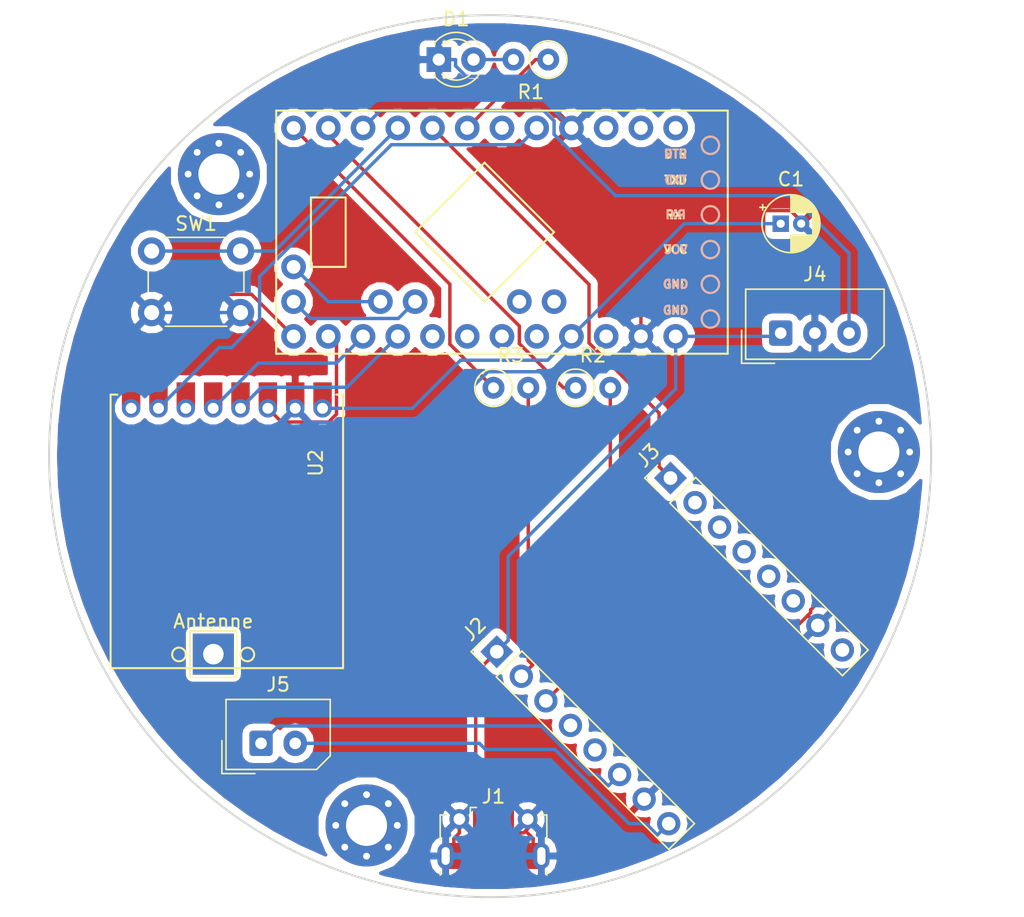
<source format=kicad_pcb>
(kicad_pcb (version 20171130) (host pcbnew "(5.0.2)-1")

  (general
    (thickness 1.6)
    (drawings 1)
    (tracks 155)
    (zones 0)
    (modules 17)
    (nets 42)
  )

  (page A4)
  (layers
    (0 F.Cu signal)
    (31 B.Cu signal)
    (32 B.Adhes user)
    (33 F.Adhes user)
    (34 B.Paste user)
    (35 F.Paste user)
    (36 B.SilkS user)
    (37 F.SilkS user)
    (38 B.Mask user)
    (39 F.Mask user)
    (40 Dwgs.User user)
    (41 Cmts.User user)
    (42 Eco1.User user)
    (43 Eco2.User user)
    (44 Edge.Cuts user)
    (45 Margin user)
    (46 B.CrtYd user)
    (47 F.CrtYd user)
    (48 B.Fab user)
    (49 F.Fab user)
  )

  (setup
    (last_trace_width 0.25)
    (trace_clearance 0.2)
    (zone_clearance 0.508)
    (zone_45_only no)
    (trace_min 0.2)
    (segment_width 0.2)
    (edge_width 0.15)
    (via_size 0.8)
    (via_drill 0.4)
    (via_min_size 0.4)
    (via_min_drill 0.3)
    (uvia_size 0.3)
    (uvia_drill 0.1)
    (uvias_allowed no)
    (uvia_min_size 0.2)
    (uvia_min_drill 0.1)
    (pcb_text_width 0.3)
    (pcb_text_size 1.5 1.5)
    (mod_edge_width 0.15)
    (mod_text_size 1 1)
    (mod_text_width 0.15)
    (pad_size 1.524 1.524)
    (pad_drill 0.762)
    (pad_to_mask_clearance 0.051)
    (solder_mask_min_width 0.25)
    (aux_axis_origin 0 0)
    (visible_elements 7FFFFFFF)
    (pcbplotparams
      (layerselection 0x010fc_ffffffff)
      (usegerberextensions false)
      (usegerberattributes false)
      (usegerberadvancedattributes false)
      (creategerberjobfile false)
      (excludeedgelayer true)
      (linewidth 0.100000)
      (plotframeref false)
      (viasonmask false)
      (mode 1)
      (useauxorigin false)
      (hpglpennumber 1)
      (hpglpenspeed 20)
      (hpglpendiameter 15.000000)
      (psnegative false)
      (psa4output false)
      (plotreference true)
      (plotvalue true)
      (plotinvisibletext false)
      (padsonsilk false)
      (subtractmaskfromsilk false)
      (outputformat 1)
      (mirror false)
      (drillshape 0)
      (scaleselection 1)
      (outputdirectory "Gerber/"))
  )

  (net 0 "")
  (net 1 +3V3)
  (net 2 GND)
  (net 3 "Net-(D1-Pad2)")
  (net 4 "Net-(J1-Pad2)")
  (net 5 +5V)
  (net 6 "Net-(J1-Pad4)")
  (net 7 "Net-(J1-Pad3)")
  (net 8 /RX)
  (net 9 /TX)
  (net 10 "Net-(J2-Pad4)")
  (net 11 "Net-(J2-Pad5)")
  (net 12 /SPK1)
  (net 13 /SPK2)
  (net 14 "Net-(J3-Pad8)")
  (net 15 "Net-(J3-Pad6)")
  (net 16 "Net-(J3-Pad5)")
  (net 17 "Net-(J3-Pad4)")
  (net 18 "Net-(J3-Pad3)")
  (net 19 "Net-(J3-Pad2)")
  (net 20 /BUSY)
  (net 21 /D_in)
  (net 22 "Net-(R1-Pad1)")
  (net 23 "Net-(R2-Pad1)")
  (net 24 "Net-(R3-Pad1)")
  (net 25 "Net-(SW1-Pad1)")
  (net 26 "Net-(U1-Pad28)")
  (net 27 "Net-(U1-Pad27)")
  (net 28 /SS)
  (net 29 /MOSI)
  (net 30 /MISO)
  (net 31 /SCK)
  (net 32 "Net-(U1-Pad5)")
  (net 33 "Net-(U1-Pad6)")
  (net 34 "Net-(U1-Pad7)")
  (net 35 "Net-(U1-Pad8)")
  (net 36 "Net-(U1-Pad10)")
  (net 37 /D2)
  (net 38 "Net-(U1-Pad18)")
  (net 39 "Net-(U1-Pad25)")
  (net 40 "Net-(U1-Pad26)")
  (net 41 "Net-(U2-Pad6)")

  (net_class Default "Dies ist die voreingestellte Netzklasse."
    (clearance 0.2)
    (trace_width 0.25)
    (via_dia 0.8)
    (via_drill 0.4)
    (uvia_dia 0.3)
    (uvia_drill 0.1)
    (add_net +3V3)
    (add_net +5V)
    (add_net /BUSY)
    (add_net /D2)
    (add_net /D_in)
    (add_net /MISO)
    (add_net /MOSI)
    (add_net /RX)
    (add_net /SCK)
    (add_net /SPK1)
    (add_net /SPK2)
    (add_net /SS)
    (add_net /TX)
    (add_net GND)
    (add_net "Net-(D1-Pad2)")
    (add_net "Net-(J1-Pad2)")
    (add_net "Net-(J1-Pad3)")
    (add_net "Net-(J1-Pad4)")
    (add_net "Net-(J2-Pad4)")
    (add_net "Net-(J2-Pad5)")
    (add_net "Net-(J3-Pad2)")
    (add_net "Net-(J3-Pad3)")
    (add_net "Net-(J3-Pad4)")
    (add_net "Net-(J3-Pad5)")
    (add_net "Net-(J3-Pad6)")
    (add_net "Net-(J3-Pad8)")
    (add_net "Net-(R1-Pad1)")
    (add_net "Net-(R2-Pad1)")
    (add_net "Net-(R3-Pad1)")
    (add_net "Net-(SW1-Pad1)")
    (add_net "Net-(U1-Pad10)")
    (add_net "Net-(U1-Pad18)")
    (add_net "Net-(U1-Pad25)")
    (add_net "Net-(U1-Pad26)")
    (add_net "Net-(U1-Pad27)")
    (add_net "Net-(U1-Pad28)")
    (add_net "Net-(U1-Pad5)")
    (add_net "Net-(U1-Pad6)")
    (add_net "Net-(U1-Pad7)")
    (add_net "Net-(U1-Pad8)")
    (add_net "Net-(U2-Pad6)")
  )

  (module MountingHole:MountingHole_3mm_Pad_Via (layer F.Cu) (tedit 5C7EF8CA) (tstamp 5C83959E)
    (at 132.715 127)
    (descr "Mounting Hole 3mm")
    (tags "mounting hole 3mm")
    (attr virtual)
    (fp_text reference REF02 (at 0 -4) (layer F.SilkS) hide
      (effects (font (size 1 1) (thickness 0.15)))
    )
    (fp_text value MountingHole_3mm_Pad_Via (at 0 4) (layer F.Fab)
      (effects (font (size 1 1) (thickness 0.15)))
    )
    (fp_text user %R (at 0.3 0) (layer F.Fab)
      (effects (font (size 1 1) (thickness 0.15)))
    )
    (fp_circle (center 0 0) (end 3 0) (layer Cmts.User) (width 0.15))
    (fp_circle (center 0 0) (end 3.25 0) (layer F.CrtYd) (width 0.05))
    (pad 1 thru_hole circle (at 0 0) (size 6 6) (drill 3) (layers *.Cu *.Mask))
    (pad 1 thru_hole circle (at 2.25 0) (size 0.8 0.8) (drill 0.5) (layers *.Cu *.Mask))
    (pad 1 thru_hole circle (at 1.59099 1.59099) (size 0.8 0.8) (drill 0.5) (layers *.Cu *.Mask))
    (pad 1 thru_hole circle (at 0 2.25) (size 0.8 0.8) (drill 0.5) (layers *.Cu *.Mask))
    (pad 1 thru_hole circle (at -1.59099 1.59099) (size 0.8 0.8) (drill 0.5) (layers *.Cu *.Mask))
    (pad 1 thru_hole circle (at -2.25 0) (size 0.8 0.8) (drill 0.5) (layers *.Cu *.Mask))
    (pad 1 thru_hole circle (at -1.59099 -1.59099) (size 0.8 0.8) (drill 0.5) (layers *.Cu *.Mask))
    (pad 1 thru_hole circle (at 0 -2.25) (size 0.8 0.8) (drill 0.5) (layers *.Cu *.Mask))
    (pad 1 thru_hole circle (at 1.59099 -1.59099) (size 0.8 0.8) (drill 0.5) (layers *.Cu *.Mask))
  )

  (module MountingHole:MountingHole_3mm_Pad_Via (layer F.Cu) (tedit 5C7EF8D1) (tstamp 5C83959E)
    (at 170.18 99.695)
    (descr "Mounting Hole 3mm")
    (tags "mounting hole 3mm")
    (attr virtual)
    (fp_text reference REF03 (at 0 -4) (layer F.SilkS) hide
      (effects (font (size 1 1) (thickness 0.15)))
    )
    (fp_text value MountingHole_3mm_Pad_Via (at 0 4) (layer F.Fab)
      (effects (font (size 1 1) (thickness 0.15)))
    )
    (fp_text user %R (at 0.3 0) (layer F.Fab)
      (effects (font (size 1 1) (thickness 0.15)))
    )
    (fp_circle (center 0 0) (end 3 0) (layer Cmts.User) (width 0.15))
    (fp_circle (center 0 0) (end 3.25 0) (layer F.CrtYd) (width 0.05))
    (pad 1 thru_hole circle (at 0 0) (size 6 6) (drill 3) (layers *.Cu *.Mask))
    (pad 1 thru_hole circle (at 2.25 0) (size 0.8 0.8) (drill 0.5) (layers *.Cu *.Mask))
    (pad 1 thru_hole circle (at 1.59099 1.59099) (size 0.8 0.8) (drill 0.5) (layers *.Cu *.Mask))
    (pad 1 thru_hole circle (at 0 2.25) (size 0.8 0.8) (drill 0.5) (layers *.Cu *.Mask))
    (pad 1 thru_hole circle (at -1.59099 1.59099) (size 0.8 0.8) (drill 0.5) (layers *.Cu *.Mask))
    (pad 1 thru_hole circle (at -2.25 0) (size 0.8 0.8) (drill 0.5) (layers *.Cu *.Mask))
    (pad 1 thru_hole circle (at -1.59099 -1.59099) (size 0.8 0.8) (drill 0.5) (layers *.Cu *.Mask))
    (pad 1 thru_hole circle (at 0 -2.25) (size 0.8 0.8) (drill 0.5) (layers *.Cu *.Mask))
    (pad 1 thru_hole circle (at 1.59099 -1.59099) (size 0.8 0.8) (drill 0.5) (layers *.Cu *.Mask))
  )

  (module Capacitor_THT:CP_Radial_D4.0mm_P1.50mm (layer F.Cu) (tedit 5AE50EF0) (tstamp 5C82BF46)
    (at 163 83)
    (descr "CP, Radial series, Radial, pin pitch=1.50mm, , diameter=4mm, Electrolytic Capacitor")
    (tags "CP Radial series Radial pin pitch 1.50mm  diameter 4mm Electrolytic Capacitor")
    (path /5C73EB28)
    (fp_text reference C1 (at 0.75 -3.25) (layer F.SilkS)
      (effects (font (size 1 1) (thickness 0.15)))
    )
    (fp_text value 10uF/15V (at 0.75 3.25) (layer F.Fab)
      (effects (font (size 1 1) (thickness 0.15)))
    )
    (fp_circle (center 0.75 0) (end 2.75 0) (layer F.Fab) (width 0.1))
    (fp_circle (center 0.75 0) (end 2.87 0) (layer F.SilkS) (width 0.12))
    (fp_circle (center 0.75 0) (end 3 0) (layer F.CrtYd) (width 0.05))
    (fp_line (start -0.952554 -0.8675) (end -0.552554 -0.8675) (layer F.Fab) (width 0.1))
    (fp_line (start -0.752554 -1.0675) (end -0.752554 -0.6675) (layer F.Fab) (width 0.1))
    (fp_line (start 0.75 0.84) (end 0.75 2.08) (layer F.SilkS) (width 0.12))
    (fp_line (start 0.75 -2.08) (end 0.75 -0.84) (layer F.SilkS) (width 0.12))
    (fp_line (start 0.79 0.84) (end 0.79 2.08) (layer F.SilkS) (width 0.12))
    (fp_line (start 0.79 -2.08) (end 0.79 -0.84) (layer F.SilkS) (width 0.12))
    (fp_line (start 0.83 0.84) (end 0.83 2.079) (layer F.SilkS) (width 0.12))
    (fp_line (start 0.83 -2.079) (end 0.83 -0.84) (layer F.SilkS) (width 0.12))
    (fp_line (start 0.87 -2.077) (end 0.87 -0.84) (layer F.SilkS) (width 0.12))
    (fp_line (start 0.87 0.84) (end 0.87 2.077) (layer F.SilkS) (width 0.12))
    (fp_line (start 0.91 -2.074) (end 0.91 -0.84) (layer F.SilkS) (width 0.12))
    (fp_line (start 0.91 0.84) (end 0.91 2.074) (layer F.SilkS) (width 0.12))
    (fp_line (start 0.95 -2.071) (end 0.95 -0.84) (layer F.SilkS) (width 0.12))
    (fp_line (start 0.95 0.84) (end 0.95 2.071) (layer F.SilkS) (width 0.12))
    (fp_line (start 0.99 -2.067) (end 0.99 -0.84) (layer F.SilkS) (width 0.12))
    (fp_line (start 0.99 0.84) (end 0.99 2.067) (layer F.SilkS) (width 0.12))
    (fp_line (start 1.03 -2.062) (end 1.03 -0.84) (layer F.SilkS) (width 0.12))
    (fp_line (start 1.03 0.84) (end 1.03 2.062) (layer F.SilkS) (width 0.12))
    (fp_line (start 1.07 -2.056) (end 1.07 -0.84) (layer F.SilkS) (width 0.12))
    (fp_line (start 1.07 0.84) (end 1.07 2.056) (layer F.SilkS) (width 0.12))
    (fp_line (start 1.11 -2.05) (end 1.11 -0.84) (layer F.SilkS) (width 0.12))
    (fp_line (start 1.11 0.84) (end 1.11 2.05) (layer F.SilkS) (width 0.12))
    (fp_line (start 1.15 -2.042) (end 1.15 -0.84) (layer F.SilkS) (width 0.12))
    (fp_line (start 1.15 0.84) (end 1.15 2.042) (layer F.SilkS) (width 0.12))
    (fp_line (start 1.19 -2.034) (end 1.19 -0.84) (layer F.SilkS) (width 0.12))
    (fp_line (start 1.19 0.84) (end 1.19 2.034) (layer F.SilkS) (width 0.12))
    (fp_line (start 1.23 -2.025) (end 1.23 -0.84) (layer F.SilkS) (width 0.12))
    (fp_line (start 1.23 0.84) (end 1.23 2.025) (layer F.SilkS) (width 0.12))
    (fp_line (start 1.27 -2.016) (end 1.27 -0.84) (layer F.SilkS) (width 0.12))
    (fp_line (start 1.27 0.84) (end 1.27 2.016) (layer F.SilkS) (width 0.12))
    (fp_line (start 1.31 -2.005) (end 1.31 -0.84) (layer F.SilkS) (width 0.12))
    (fp_line (start 1.31 0.84) (end 1.31 2.005) (layer F.SilkS) (width 0.12))
    (fp_line (start 1.35 -1.994) (end 1.35 -0.84) (layer F.SilkS) (width 0.12))
    (fp_line (start 1.35 0.84) (end 1.35 1.994) (layer F.SilkS) (width 0.12))
    (fp_line (start 1.39 -1.982) (end 1.39 -0.84) (layer F.SilkS) (width 0.12))
    (fp_line (start 1.39 0.84) (end 1.39 1.982) (layer F.SilkS) (width 0.12))
    (fp_line (start 1.43 -1.968) (end 1.43 -0.84) (layer F.SilkS) (width 0.12))
    (fp_line (start 1.43 0.84) (end 1.43 1.968) (layer F.SilkS) (width 0.12))
    (fp_line (start 1.471 -1.954) (end 1.471 -0.84) (layer F.SilkS) (width 0.12))
    (fp_line (start 1.471 0.84) (end 1.471 1.954) (layer F.SilkS) (width 0.12))
    (fp_line (start 1.511 -1.94) (end 1.511 -0.84) (layer F.SilkS) (width 0.12))
    (fp_line (start 1.511 0.84) (end 1.511 1.94) (layer F.SilkS) (width 0.12))
    (fp_line (start 1.551 -1.924) (end 1.551 -0.84) (layer F.SilkS) (width 0.12))
    (fp_line (start 1.551 0.84) (end 1.551 1.924) (layer F.SilkS) (width 0.12))
    (fp_line (start 1.591 -1.907) (end 1.591 -0.84) (layer F.SilkS) (width 0.12))
    (fp_line (start 1.591 0.84) (end 1.591 1.907) (layer F.SilkS) (width 0.12))
    (fp_line (start 1.631 -1.889) (end 1.631 -0.84) (layer F.SilkS) (width 0.12))
    (fp_line (start 1.631 0.84) (end 1.631 1.889) (layer F.SilkS) (width 0.12))
    (fp_line (start 1.671 -1.87) (end 1.671 -0.84) (layer F.SilkS) (width 0.12))
    (fp_line (start 1.671 0.84) (end 1.671 1.87) (layer F.SilkS) (width 0.12))
    (fp_line (start 1.711 -1.851) (end 1.711 -0.84) (layer F.SilkS) (width 0.12))
    (fp_line (start 1.711 0.84) (end 1.711 1.851) (layer F.SilkS) (width 0.12))
    (fp_line (start 1.751 -1.83) (end 1.751 -0.84) (layer F.SilkS) (width 0.12))
    (fp_line (start 1.751 0.84) (end 1.751 1.83) (layer F.SilkS) (width 0.12))
    (fp_line (start 1.791 -1.808) (end 1.791 -0.84) (layer F.SilkS) (width 0.12))
    (fp_line (start 1.791 0.84) (end 1.791 1.808) (layer F.SilkS) (width 0.12))
    (fp_line (start 1.831 -1.785) (end 1.831 -0.84) (layer F.SilkS) (width 0.12))
    (fp_line (start 1.831 0.84) (end 1.831 1.785) (layer F.SilkS) (width 0.12))
    (fp_line (start 1.871 -1.76) (end 1.871 -0.84) (layer F.SilkS) (width 0.12))
    (fp_line (start 1.871 0.84) (end 1.871 1.76) (layer F.SilkS) (width 0.12))
    (fp_line (start 1.911 -1.735) (end 1.911 -0.84) (layer F.SilkS) (width 0.12))
    (fp_line (start 1.911 0.84) (end 1.911 1.735) (layer F.SilkS) (width 0.12))
    (fp_line (start 1.951 -1.708) (end 1.951 -0.84) (layer F.SilkS) (width 0.12))
    (fp_line (start 1.951 0.84) (end 1.951 1.708) (layer F.SilkS) (width 0.12))
    (fp_line (start 1.991 -1.68) (end 1.991 -0.84) (layer F.SilkS) (width 0.12))
    (fp_line (start 1.991 0.84) (end 1.991 1.68) (layer F.SilkS) (width 0.12))
    (fp_line (start 2.031 -1.65) (end 2.031 -0.84) (layer F.SilkS) (width 0.12))
    (fp_line (start 2.031 0.84) (end 2.031 1.65) (layer F.SilkS) (width 0.12))
    (fp_line (start 2.071 -1.619) (end 2.071 -0.84) (layer F.SilkS) (width 0.12))
    (fp_line (start 2.071 0.84) (end 2.071 1.619) (layer F.SilkS) (width 0.12))
    (fp_line (start 2.111 -1.587) (end 2.111 -0.84) (layer F.SilkS) (width 0.12))
    (fp_line (start 2.111 0.84) (end 2.111 1.587) (layer F.SilkS) (width 0.12))
    (fp_line (start 2.151 -1.552) (end 2.151 -0.84) (layer F.SilkS) (width 0.12))
    (fp_line (start 2.151 0.84) (end 2.151 1.552) (layer F.SilkS) (width 0.12))
    (fp_line (start 2.191 -1.516) (end 2.191 -0.84) (layer F.SilkS) (width 0.12))
    (fp_line (start 2.191 0.84) (end 2.191 1.516) (layer F.SilkS) (width 0.12))
    (fp_line (start 2.231 -1.478) (end 2.231 -0.84) (layer F.SilkS) (width 0.12))
    (fp_line (start 2.231 0.84) (end 2.231 1.478) (layer F.SilkS) (width 0.12))
    (fp_line (start 2.271 -1.438) (end 2.271 -0.84) (layer F.SilkS) (width 0.12))
    (fp_line (start 2.271 0.84) (end 2.271 1.438) (layer F.SilkS) (width 0.12))
    (fp_line (start 2.311 -1.396) (end 2.311 -0.84) (layer F.SilkS) (width 0.12))
    (fp_line (start 2.311 0.84) (end 2.311 1.396) (layer F.SilkS) (width 0.12))
    (fp_line (start 2.351 -1.351) (end 2.351 1.351) (layer F.SilkS) (width 0.12))
    (fp_line (start 2.391 -1.304) (end 2.391 1.304) (layer F.SilkS) (width 0.12))
    (fp_line (start 2.431 -1.254) (end 2.431 1.254) (layer F.SilkS) (width 0.12))
    (fp_line (start 2.471 -1.2) (end 2.471 1.2) (layer F.SilkS) (width 0.12))
    (fp_line (start 2.511 -1.142) (end 2.511 1.142) (layer F.SilkS) (width 0.12))
    (fp_line (start 2.551 -1.08) (end 2.551 1.08) (layer F.SilkS) (width 0.12))
    (fp_line (start 2.591 -1.013) (end 2.591 1.013) (layer F.SilkS) (width 0.12))
    (fp_line (start 2.631 -0.94) (end 2.631 0.94) (layer F.SilkS) (width 0.12))
    (fp_line (start 2.671 -0.859) (end 2.671 0.859) (layer F.SilkS) (width 0.12))
    (fp_line (start 2.711 -0.768) (end 2.711 0.768) (layer F.SilkS) (width 0.12))
    (fp_line (start 2.751 -0.664) (end 2.751 0.664) (layer F.SilkS) (width 0.12))
    (fp_line (start 2.791 -0.537) (end 2.791 0.537) (layer F.SilkS) (width 0.12))
    (fp_line (start 2.831 -0.37) (end 2.831 0.37) (layer F.SilkS) (width 0.12))
    (fp_line (start -1.519801 -1.195) (end -1.119801 -1.195) (layer F.SilkS) (width 0.12))
    (fp_line (start -1.319801 -1.395) (end -1.319801 -0.995) (layer F.SilkS) (width 0.12))
    (fp_text user %R (at 0.75 0) (layer F.Fab)
      (effects (font (size 0.8 0.8) (thickness 0.12)))
    )
    (pad 1 thru_hole rect (at 0 0) (size 1.2 1.2) (drill 0.6) (layers *.Cu *.Mask)
      (net 1 +3V3))
    (pad 2 thru_hole circle (at 1.5 0) (size 1.2 1.2) (drill 0.6) (layers *.Cu *.Mask)
      (net 2 GND))
    (model ${KISYS3DMOD}/Capacitor_THT.3dshapes/CP_Radial_D4.0mm_P1.50mm.wrl
      (at (xyz 0 0 0))
      (scale (xyz 1 1 1))
      (rotate (xyz 0 0 0))
    )
  )

  (module LED_THT:LED_D3.0mm (layer F.Cu) (tedit 587A3A7B) (tstamp 5C82BF59)
    (at 138 71)
    (descr "LED, diameter 3.0mm, 2 pins")
    (tags "LED diameter 3.0mm 2 pins")
    (path /5C73ED98)
    (fp_text reference D1 (at 1.27 -2.96) (layer F.SilkS)
      (effects (font (size 1 1) (thickness 0.15)))
    )
    (fp_text value LED (at 1.27 2.96) (layer F.Fab)
      (effects (font (size 1 1) (thickness 0.15)))
    )
    (fp_arc (start 1.27 0) (end -0.23 -1.16619) (angle 284.3) (layer F.Fab) (width 0.1))
    (fp_arc (start 1.27 0) (end -0.29 -1.235516) (angle 108.8) (layer F.SilkS) (width 0.12))
    (fp_arc (start 1.27 0) (end -0.29 1.235516) (angle -108.8) (layer F.SilkS) (width 0.12))
    (fp_arc (start 1.27 0) (end 0.229039 -1.08) (angle 87.9) (layer F.SilkS) (width 0.12))
    (fp_arc (start 1.27 0) (end 0.229039 1.08) (angle -87.9) (layer F.SilkS) (width 0.12))
    (fp_circle (center 1.27 0) (end 2.77 0) (layer F.Fab) (width 0.1))
    (fp_line (start -0.23 -1.16619) (end -0.23 1.16619) (layer F.Fab) (width 0.1))
    (fp_line (start -0.29 -1.236) (end -0.29 -1.08) (layer F.SilkS) (width 0.12))
    (fp_line (start -0.29 1.08) (end -0.29 1.236) (layer F.SilkS) (width 0.12))
    (fp_line (start -1.15 -2.25) (end -1.15 2.25) (layer F.CrtYd) (width 0.05))
    (fp_line (start -1.15 2.25) (end 3.7 2.25) (layer F.CrtYd) (width 0.05))
    (fp_line (start 3.7 2.25) (end 3.7 -2.25) (layer F.CrtYd) (width 0.05))
    (fp_line (start 3.7 -2.25) (end -1.15 -2.25) (layer F.CrtYd) (width 0.05))
    (pad 1 thru_hole rect (at 0 0) (size 1.8 1.8) (drill 0.9) (layers *.Cu *.Mask)
      (net 2 GND))
    (pad 2 thru_hole circle (at 2.54 0) (size 1.8 1.8) (drill 0.9) (layers *.Cu *.Mask)
      (net 3 "Net-(D1-Pad2)"))
    (model ${KISYS3DMOD}/LED_THT.3dshapes/LED_D3.0mm.wrl
      (at (xyz 0 0 0))
      (scale (xyz 1 1 1))
      (rotate (xyz 0 0 0))
    )
  )

  (module Connector_USB:USB_Micro-B_Molex-105017-0001 (layer F.Cu) (tedit 5A1DC0BE) (tstamp 5C82BF82)
    (at 142 128)
    (descr http://www.molex.com/pdm_docs/sd/1050170001_sd.pdf)
    (tags "Micro-USB SMD Typ-B")
    (path /5C73F8FD)
    (attr smd)
    (fp_text reference J1 (at 0 -3.1125) (layer F.SilkS)
      (effects (font (size 1 1) (thickness 0.15)))
    )
    (fp_text value USB_B_Micro (at 0.3 4.3375) (layer F.Fab)
      (effects (font (size 1 1) (thickness 0.15)))
    )
    (fp_text user "PCB Edge" (at 0 2.6875) (layer Dwgs.User)
      (effects (font (size 0.5 0.5) (thickness 0.08)))
    )
    (fp_text user %R (at 0 0.8875) (layer F.Fab)
      (effects (font (size 1 1) (thickness 0.15)))
    )
    (fp_line (start -4.4 3.64) (end 4.4 3.64) (layer F.CrtYd) (width 0.05))
    (fp_line (start 4.4 -2.46) (end 4.4 3.64) (layer F.CrtYd) (width 0.05))
    (fp_line (start -4.4 -2.46) (end 4.4 -2.46) (layer F.CrtYd) (width 0.05))
    (fp_line (start -4.4 3.64) (end -4.4 -2.46) (layer F.CrtYd) (width 0.05))
    (fp_line (start -3.9 -1.7625) (end -3.45 -1.7625) (layer F.SilkS) (width 0.12))
    (fp_line (start -3.9 0.0875) (end -3.9 -1.7625) (layer F.SilkS) (width 0.12))
    (fp_line (start 3.9 2.6375) (end 3.9 2.3875) (layer F.SilkS) (width 0.12))
    (fp_line (start 3.75 3.3875) (end 3.75 -1.6125) (layer F.Fab) (width 0.1))
    (fp_line (start -3 2.689204) (end 3 2.689204) (layer F.Fab) (width 0.1))
    (fp_line (start -3.75 3.389204) (end 3.75 3.389204) (layer F.Fab) (width 0.1))
    (fp_line (start -3.75 -1.6125) (end 3.75 -1.6125) (layer F.Fab) (width 0.1))
    (fp_line (start -3.75 3.3875) (end -3.75 -1.6125) (layer F.Fab) (width 0.1))
    (fp_line (start -3.9 2.6375) (end -3.9 2.3875) (layer F.SilkS) (width 0.12))
    (fp_line (start 3.9 0.0875) (end 3.9 -1.7625) (layer F.SilkS) (width 0.12))
    (fp_line (start 3.9 -1.7625) (end 3.45 -1.7625) (layer F.SilkS) (width 0.12))
    (fp_line (start -1.7 -2.3125) (end -1.25 -2.3125) (layer F.SilkS) (width 0.12))
    (fp_line (start -1.7 -2.3125) (end -1.7 -1.8625) (layer F.SilkS) (width 0.12))
    (fp_line (start -1.3 -1.7125) (end -1.5 -1.9125) (layer F.Fab) (width 0.1))
    (fp_line (start -1.1 -1.9125) (end -1.3 -1.7125) (layer F.Fab) (width 0.1))
    (fp_line (start -1.5 -2.1225) (end -1.1 -2.1225) (layer F.Fab) (width 0.1))
    (fp_line (start -1.5 -2.1225) (end -1.5 -1.9125) (layer F.Fab) (width 0.1))
    (fp_line (start -1.1 -2.1225) (end -1.1 -1.9125) (layer F.Fab) (width 0.1))
    (pad 6 smd rect (at 1 1.2375) (size 1.5 1.9) (layers F.Cu F.Paste F.Mask)
      (net 2 GND))
    (pad 6 thru_hole circle (at -2.5 -1.4625) (size 1.45 1.45) (drill 0.85) (layers *.Cu *.Mask)
      (net 2 GND))
    (pad 2 smd rect (at -0.65 -1.4625) (size 0.4 1.35) (layers F.Cu F.Paste F.Mask)
      (net 4 "Net-(J1-Pad2)"))
    (pad 1 smd rect (at -1.3 -1.4625) (size 0.4 1.35) (layers F.Cu F.Paste F.Mask)
      (net 5 +5V))
    (pad 5 smd rect (at 1.3 -1.4625) (size 0.4 1.35) (layers F.Cu F.Paste F.Mask)
      (net 2 GND))
    (pad 4 smd rect (at 0.65 -1.4625) (size 0.4 1.35) (layers F.Cu F.Paste F.Mask)
      (net 6 "Net-(J1-Pad4)"))
    (pad 3 smd rect (at 0 -1.4625) (size 0.4 1.35) (layers F.Cu F.Paste F.Mask)
      (net 7 "Net-(J1-Pad3)"))
    (pad 6 thru_hole circle (at 2.5 -1.4625) (size 1.45 1.45) (drill 0.85) (layers *.Cu *.Mask)
      (net 2 GND))
    (pad 6 smd rect (at -1 1.2375) (size 1.5 1.9) (layers F.Cu F.Paste F.Mask)
      (net 2 GND))
    (pad 6 thru_hole oval (at -3.5 1.2375 180) (size 1.2 1.9) (drill oval 0.6 1.3) (layers *.Cu *.Mask)
      (net 2 GND))
    (pad 6 thru_hole oval (at 3.5 1.2375) (size 1.2 1.9) (drill oval 0.6 1.3) (layers *.Cu *.Mask)
      (net 2 GND))
    (pad 6 smd rect (at 2.9 1.2375) (size 1.2 1.9) (layers F.Cu F.Mask)
      (net 2 GND))
    (pad 6 smd rect (at -2.9 1.2375) (size 1.2 1.9) (layers F.Cu F.Mask)
      (net 2 GND))
    (model ${KISYS3DMOD}/Connector_USB.3dshapes/USB_Micro-B_Molex-105017-0001.wrl
      (at (xyz 0 0 0))
      (scale (xyz 1 1 1))
      (rotate (xyz 0 0 0))
    )
  )

  (module Connector_PinHeader_2.54mm:PinHeader_1x08_P2.54mm_Vertical (layer F.Cu) (tedit 59FED5CC) (tstamp 5C82BF9E)
    (at 142.24 114.3 45)
    (descr "Through hole straight pin header, 1x08, 2.54mm pitch, single row")
    (tags "Through hole pin header THT 1x08 2.54mm single row")
    (path /5C73E60E)
    (fp_text reference J2 (at 0 -2.33 45) (layer F.SilkS)
      (effects (font (size 1 1) (thickness 0.15)))
    )
    (fp_text value "DF-Mini Play 01" (at 0 20.11 45) (layer F.Fab)
      (effects (font (size 1 1) (thickness 0.15)))
    )
    (fp_line (start -0.635 -1.27) (end 1.27 -1.27) (layer F.Fab) (width 0.1))
    (fp_line (start 1.27 -1.27) (end 1.27 19.05) (layer F.Fab) (width 0.1))
    (fp_line (start 1.27 19.05) (end -1.27 19.05) (layer F.Fab) (width 0.1))
    (fp_line (start -1.27 19.05) (end -1.27 -0.635) (layer F.Fab) (width 0.1))
    (fp_line (start -1.27 -0.635) (end -0.635 -1.27) (layer F.Fab) (width 0.1))
    (fp_line (start -1.33 19.11) (end 1.33 19.11) (layer F.SilkS) (width 0.12))
    (fp_line (start -1.33 1.27) (end -1.33 19.11) (layer F.SilkS) (width 0.12))
    (fp_line (start 1.33 1.27) (end 1.33 19.11) (layer F.SilkS) (width 0.12))
    (fp_line (start -1.33 1.27) (end 1.33 1.27) (layer F.SilkS) (width 0.12))
    (fp_line (start -1.33 0) (end -1.33 -1.33) (layer F.SilkS) (width 0.12))
    (fp_line (start -1.33 -1.33) (end 0 -1.33) (layer F.SilkS) (width 0.12))
    (fp_line (start -1.8 -1.8) (end -1.8 19.55) (layer F.CrtYd) (width 0.05))
    (fp_line (start -1.8 19.55) (end 1.8 19.55) (layer F.CrtYd) (width 0.05))
    (fp_line (start 1.8 19.55) (end 1.8 -1.8) (layer F.CrtYd) (width 0.05))
    (fp_line (start 1.8 -1.8) (end -1.8 -1.8) (layer F.CrtYd) (width 0.05))
    (fp_text user %R (at 0 8.89 135) (layer F.Fab)
      (effects (font (size 1 1) (thickness 0.15)))
    )
    (pad 1 thru_hole rect (at 0 0 45) (size 1.7 1.7) (drill 1) (layers *.Cu *.Mask)
      (net 5 +5V))
    (pad 2 thru_hole oval (at 0 2.54 45) (size 1.7 1.7) (drill 1) (layers *.Cu *.Mask)
      (net 8 /RX))
    (pad 3 thru_hole oval (at 0 5.079999 45) (size 1.7 1.7) (drill 1) (layers *.Cu *.Mask)
      (net 9 /TX))
    (pad 4 thru_hole oval (at 0 7.62 45) (size 1.7 1.7) (drill 1) (layers *.Cu *.Mask)
      (net 10 "Net-(J2-Pad4)"))
    (pad 5 thru_hole oval (at 0 10.16 45) (size 1.7 1.7) (drill 1) (layers *.Cu *.Mask)
      (net 11 "Net-(J2-Pad5)"))
    (pad 6 thru_hole oval (at 0 12.7 45) (size 1.7 1.7) (drill 1) (layers *.Cu *.Mask)
      (net 12 /SPK1))
    (pad 7 thru_hole oval (at 0 15.24 45) (size 1.7 1.7) (drill 1) (layers *.Cu *.Mask)
      (net 2 GND))
    (pad 8 thru_hole oval (at 0 17.780001 45) (size 1.7 1.7) (drill 1) (layers *.Cu *.Mask)
      (net 13 /SPK2))
    (model ${KISYS3DMOD}/Connector_PinHeader_2.54mm.3dshapes/PinHeader_1x08_P2.54mm_Vertical.wrl
      (at (xyz 0 0 0))
      (scale (xyz 1 1 1))
      (rotate (xyz 0 0 0))
    )
  )

  (module Connector_PinHeader_2.54mm:PinHeader_1x08_P2.54mm_Vertical (layer F.Cu) (tedit 59FED5CC) (tstamp 5C82BFBA)
    (at 154.94 101.6 45)
    (descr "Through hole straight pin header, 1x08, 2.54mm pitch, single row")
    (tags "Through hole pin header THT 1x08 2.54mm single row")
    (path /5C73E6FC)
    (fp_text reference J3 (at 0 -2.33 45) (layer F.SilkS)
      (effects (font (size 1 1) (thickness 0.15)))
    )
    (fp_text value "DF-Mini Play 02" (at 0 20.11 45) (layer F.Fab)
      (effects (font (size 1 1) (thickness 0.15)))
    )
    (fp_text user %R (at 0 8.89 135) (layer F.Fab)
      (effects (font (size 1 1) (thickness 0.15)))
    )
    (fp_line (start 1.8 -1.8) (end -1.8 -1.8) (layer F.CrtYd) (width 0.05))
    (fp_line (start 1.8 19.55) (end 1.8 -1.8) (layer F.CrtYd) (width 0.05))
    (fp_line (start -1.8 19.55) (end 1.8 19.55) (layer F.CrtYd) (width 0.05))
    (fp_line (start -1.8 -1.8) (end -1.8 19.55) (layer F.CrtYd) (width 0.05))
    (fp_line (start -1.33 -1.33) (end 0 -1.33) (layer F.SilkS) (width 0.12))
    (fp_line (start -1.33 0) (end -1.33 -1.33) (layer F.SilkS) (width 0.12))
    (fp_line (start -1.33 1.27) (end 1.33 1.27) (layer F.SilkS) (width 0.12))
    (fp_line (start 1.33 1.27) (end 1.33 19.11) (layer F.SilkS) (width 0.12))
    (fp_line (start -1.33 1.27) (end -1.33 19.11) (layer F.SilkS) (width 0.12))
    (fp_line (start -1.33 19.11) (end 1.33 19.11) (layer F.SilkS) (width 0.12))
    (fp_line (start -1.27 -0.635) (end -0.635 -1.27) (layer F.Fab) (width 0.1))
    (fp_line (start -1.27 19.05) (end -1.27 -0.635) (layer F.Fab) (width 0.1))
    (fp_line (start 1.27 19.05) (end -1.27 19.05) (layer F.Fab) (width 0.1))
    (fp_line (start 1.27 -1.27) (end 1.27 19.05) (layer F.Fab) (width 0.1))
    (fp_line (start -0.635 -1.27) (end 1.27 -1.27) (layer F.Fab) (width 0.1))
    (pad 8 thru_hole oval (at 0 17.780001 45) (size 1.7 1.7) (drill 1) (layers *.Cu *.Mask)
      (net 14 "Net-(J3-Pad8)"))
    (pad 7 thru_hole oval (at 0 15.24 45) (size 1.7 1.7) (drill 1) (layers *.Cu *.Mask)
      (net 2 GND))
    (pad 6 thru_hole oval (at 0 12.7 45) (size 1.7 1.7) (drill 1) (layers *.Cu *.Mask)
      (net 15 "Net-(J3-Pad6)"))
    (pad 5 thru_hole oval (at 0 10.16 45) (size 1.7 1.7) (drill 1) (layers *.Cu *.Mask)
      (net 16 "Net-(J3-Pad5)"))
    (pad 4 thru_hole oval (at 0 7.62 45) (size 1.7 1.7) (drill 1) (layers *.Cu *.Mask)
      (net 17 "Net-(J3-Pad4)"))
    (pad 3 thru_hole oval (at 0 5.079999 45) (size 1.7 1.7) (drill 1) (layers *.Cu *.Mask)
      (net 18 "Net-(J3-Pad3)"))
    (pad 2 thru_hole oval (at 0 2.54 45) (size 1.7 1.7) (drill 1) (layers *.Cu *.Mask)
      (net 19 "Net-(J3-Pad2)"))
    (pad 1 thru_hole rect (at 0 0 45) (size 1.7 1.7) (drill 1) (layers *.Cu *.Mask)
      (net 20 /BUSY))
    (model ${KISYS3DMOD}/Connector_PinHeader_2.54mm.3dshapes/PinHeader_1x08_P2.54mm_Vertical.wrl
      (at (xyz 0 0 0))
      (scale (xyz 1 1 1))
      (rotate (xyz 0 0 0))
    )
  )

  (module Connector_Molex:Molex_SPOX_5267-03A_1x03_P2.50mm_Vertical (layer F.Cu) (tedit 5B7833F7) (tstamp 5C82BFD5)
    (at 163 91)
    (descr "Molex SPOX Connector System, 5267-03A, 3 Pins per row (http://www.molex.com/pdm_docs/sd/022035035_sd.pdf), generated with kicad-footprint-generator")
    (tags "connector Molex SPOX side entry")
    (path /5C73EC74)
    (fp_text reference J4 (at 2.5 -4.3) (layer F.SilkS)
      (effects (font (size 1 1) (thickness 0.15)))
    )
    (fp_text value "LED WS2812B" (at 2.5 3) (layer F.Fab)
      (effects (font (size 1 1) (thickness 0.15)))
    )
    (fp_line (start -2.45 -3.1) (end -2.45 1.8) (layer F.Fab) (width 0.1))
    (fp_line (start -2.45 1.8) (end 6.45 1.8) (layer F.Fab) (width 0.1))
    (fp_line (start 6.45 1.8) (end 7.45 0.8) (layer F.Fab) (width 0.1))
    (fp_line (start 7.45 0.8) (end 7.45 -3.1) (layer F.Fab) (width 0.1))
    (fp_line (start 7.45 -3.1) (end -2.45 -3.1) (layer F.Fab) (width 0.1))
    (fp_line (start -2.56 -3.21) (end -2.56 1.91) (layer F.SilkS) (width 0.12))
    (fp_line (start -2.56 1.91) (end 6.56 1.91) (layer F.SilkS) (width 0.12))
    (fp_line (start 6.56 1.91) (end 7.56 0.91) (layer F.SilkS) (width 0.12))
    (fp_line (start 7.56 0.91) (end 7.56 -3.21) (layer F.SilkS) (width 0.12))
    (fp_line (start 7.56 -3.21) (end -2.56 -3.21) (layer F.SilkS) (width 0.12))
    (fp_line (start -2.86 -0.2) (end -2.86 2.21) (layer F.SilkS) (width 0.12))
    (fp_line (start -2.86 2.21) (end -0.45 2.21) (layer F.SilkS) (width 0.12))
    (fp_line (start -0.5 1.8) (end 0 1.092893) (layer F.Fab) (width 0.1))
    (fp_line (start 0 1.092893) (end 0.5 1.8) (layer F.Fab) (width 0.1))
    (fp_line (start -2.95 -3.6) (end -2.95 2.3) (layer F.CrtYd) (width 0.05))
    (fp_line (start -2.95 2.3) (end 6.95 2.3) (layer F.CrtYd) (width 0.05))
    (fp_line (start 6.95 2.3) (end 7.95 1.3) (layer F.CrtYd) (width 0.05))
    (fp_line (start 7.95 1.3) (end 7.95 -3.6) (layer F.CrtYd) (width 0.05))
    (fp_line (start 7.95 -3.6) (end -2.95 -3.6) (layer F.CrtYd) (width 0.05))
    (fp_text user %R (at 2.5 -2.4) (layer F.Fab)
      (effects (font (size 1 1) (thickness 0.15)))
    )
    (pad 1 thru_hole roundrect (at 0 0) (size 1.7 1.85) (drill 0.85) (layers *.Cu *.Mask) (roundrect_rratio 0.147059)
      (net 5 +5V))
    (pad 2 thru_hole oval (at 2.5 0) (size 1.7 1.85) (drill 0.85) (layers *.Cu *.Mask)
      (net 2 GND))
    (pad 3 thru_hole oval (at 5 0) (size 1.7 1.85) (drill 0.85) (layers *.Cu *.Mask)
      (net 21 /D_in))
    (model ${KISYS3DMOD}/Connector_Molex.3dshapes/Molex_SPOX_5267-03A_1x03_P2.50mm_Vertical.wrl
      (at (xyz 0 0 0))
      (scale (xyz 1 1 1))
      (rotate (xyz 0 0 0))
    )
  )

  (module Connector_Molex:Molex_SPOX_5267-02A_1x02_P2.50mm_Vertical (layer F.Cu) (tedit 5B7833F7) (tstamp 5C82BFEF)
    (at 125 121)
    (descr "Molex SPOX Connector System, 5267-02A, 2 Pins per row (http://www.molex.com/pdm_docs/sd/022035035_sd.pdf), generated with kicad-footprint-generator")
    (tags "connector Molex SPOX side entry")
    (path /5C743B09)
    (fp_text reference J5 (at 1.25 -4.3) (layer F.SilkS)
      (effects (font (size 1 1) (thickness 0.15)))
    )
    (fp_text value Lautsprecher (at 1.25 3) (layer F.Fab)
      (effects (font (size 1 1) (thickness 0.15)))
    )
    (fp_line (start -2.45 -3.1) (end -2.45 1.8) (layer F.Fab) (width 0.1))
    (fp_line (start -2.45 1.8) (end 3.95 1.8) (layer F.Fab) (width 0.1))
    (fp_line (start 3.95 1.8) (end 4.95 0.8) (layer F.Fab) (width 0.1))
    (fp_line (start 4.95 0.8) (end 4.95 -3.1) (layer F.Fab) (width 0.1))
    (fp_line (start 4.95 -3.1) (end -2.45 -3.1) (layer F.Fab) (width 0.1))
    (fp_line (start -2.56 -3.21) (end -2.56 1.91) (layer F.SilkS) (width 0.12))
    (fp_line (start -2.56 1.91) (end 4.06 1.91) (layer F.SilkS) (width 0.12))
    (fp_line (start 4.06 1.91) (end 5.06 0.91) (layer F.SilkS) (width 0.12))
    (fp_line (start 5.06 0.91) (end 5.06 -3.21) (layer F.SilkS) (width 0.12))
    (fp_line (start 5.06 -3.21) (end -2.56 -3.21) (layer F.SilkS) (width 0.12))
    (fp_line (start -2.86 -0.2) (end -2.86 2.21) (layer F.SilkS) (width 0.12))
    (fp_line (start -2.86 2.21) (end -0.45 2.21) (layer F.SilkS) (width 0.12))
    (fp_line (start -0.5 1.8) (end 0 1.092893) (layer F.Fab) (width 0.1))
    (fp_line (start 0 1.092893) (end 0.5 1.8) (layer F.Fab) (width 0.1))
    (fp_line (start -2.95 -3.6) (end -2.95 2.3) (layer F.CrtYd) (width 0.05))
    (fp_line (start -2.95 2.3) (end 4.45 2.3) (layer F.CrtYd) (width 0.05))
    (fp_line (start 4.45 2.3) (end 5.45 1.3) (layer F.CrtYd) (width 0.05))
    (fp_line (start 5.45 1.3) (end 5.45 -3.6) (layer F.CrtYd) (width 0.05))
    (fp_line (start 5.45 -3.6) (end -2.95 -3.6) (layer F.CrtYd) (width 0.05))
    (fp_text user %R (at 1.25 -2.4) (layer F.Fab)
      (effects (font (size 1 1) (thickness 0.15)))
    )
    (pad 1 thru_hole roundrect (at 0 0) (size 1.7 1.85) (drill 0.85) (layers *.Cu *.Mask) (roundrect_rratio 0.147059)
      (net 12 /SPK1))
    (pad 2 thru_hole oval (at 2.5 0) (size 1.7 1.85) (drill 0.85) (layers *.Cu *.Mask)
      (net 13 /SPK2))
    (model ${KISYS3DMOD}/Connector_Molex.3dshapes/Molex_SPOX_5267-02A_1x02_P2.50mm_Vertical.wrl
      (at (xyz 0 0 0))
      (scale (xyz 1 1 1))
      (rotate (xyz 0 0 0))
    )
  )

  (module Resistor_THT:R_Axial_DIN0207_L6.3mm_D2.5mm_P2.54mm_Vertical (layer F.Cu) (tedit 5AE5139B) (tstamp 5C82BFFE)
    (at 146 71 180)
    (descr "Resistor, Axial_DIN0207 series, Axial, Vertical, pin pitch=2.54mm, 0.25W = 1/4W, length*diameter=6.3*2.5mm^2, http://cdn-reichelt.de/documents/datenblatt/B400/1_4W%23YAG.pdf")
    (tags "Resistor Axial_DIN0207 series Axial Vertical pin pitch 2.54mm 0.25W = 1/4W length 6.3mm diameter 2.5mm")
    (path /5C73E83A)
    (fp_text reference R1 (at 1.27 -2.37 180) (layer F.SilkS)
      (effects (font (size 1 1) (thickness 0.15)))
    )
    (fp_text value 330 (at 1.27 2.37 180) (layer F.Fab)
      (effects (font (size 1 1) (thickness 0.15)))
    )
    (fp_circle (center 0 0) (end 1.25 0) (layer F.Fab) (width 0.1))
    (fp_circle (center 0 0) (end 1.37 0) (layer F.SilkS) (width 0.12))
    (fp_line (start 0 0) (end 2.54 0) (layer F.Fab) (width 0.1))
    (fp_line (start 1.37 0) (end 1.44 0) (layer F.SilkS) (width 0.12))
    (fp_line (start -1.5 -1.5) (end -1.5 1.5) (layer F.CrtYd) (width 0.05))
    (fp_line (start -1.5 1.5) (end 3.59 1.5) (layer F.CrtYd) (width 0.05))
    (fp_line (start 3.59 1.5) (end 3.59 -1.5) (layer F.CrtYd) (width 0.05))
    (fp_line (start 3.59 -1.5) (end -1.5 -1.5) (layer F.CrtYd) (width 0.05))
    (fp_text user %R (at 1.27 -2.37 180) (layer F.Fab)
      (effects (font (size 1 1) (thickness 0.15)))
    )
    (pad 1 thru_hole circle (at 0 0 180) (size 1.6 1.6) (drill 0.8) (layers *.Cu *.Mask)
      (net 22 "Net-(R1-Pad1)"))
    (pad 2 thru_hole oval (at 2.54 0 180) (size 1.6 1.6) (drill 0.8) (layers *.Cu *.Mask)
      (net 3 "Net-(D1-Pad2)"))
    (model ${KISYS3DMOD}/Resistor_THT.3dshapes/R_Axial_DIN0207_L6.3mm_D2.5mm_P2.54mm_Vertical.wrl
      (at (xyz 0 0 0))
      (scale (xyz 1 1 1))
      (rotate (xyz 0 0 0))
    )
  )

  (module Resistor_THT:R_Axial_DIN0207_L6.3mm_D2.5mm_P2.54mm_Vertical (layer F.Cu) (tedit 5AE5139B) (tstamp 5C82C00D)
    (at 148 95)
    (descr "Resistor, Axial_DIN0207 series, Axial, Vertical, pin pitch=2.54mm, 0.25W = 1/4W, length*diameter=6.3*2.5mm^2, http://cdn-reichelt.de/documents/datenblatt/B400/1_4W%23YAG.pdf")
    (tags "Resistor Axial_DIN0207 series Axial Vertical pin pitch 2.54mm 0.25W = 1/4W length 6.3mm diameter 2.5mm")
    (path /5C73E92B)
    (fp_text reference R2 (at 1.27 -2.37) (layer F.SilkS)
      (effects (font (size 1 1) (thickness 0.15)))
    )
    (fp_text value 1K (at 1.27 2.37) (layer F.Fab)
      (effects (font (size 1 1) (thickness 0.15)))
    )
    (fp_text user %R (at 1.27 -2.37) (layer F.Fab)
      (effects (font (size 1 1) (thickness 0.15)))
    )
    (fp_line (start 3.59 -1.5) (end -1.5 -1.5) (layer F.CrtYd) (width 0.05))
    (fp_line (start 3.59 1.5) (end 3.59 -1.5) (layer F.CrtYd) (width 0.05))
    (fp_line (start -1.5 1.5) (end 3.59 1.5) (layer F.CrtYd) (width 0.05))
    (fp_line (start -1.5 -1.5) (end -1.5 1.5) (layer F.CrtYd) (width 0.05))
    (fp_line (start 1.37 0) (end 1.44 0) (layer F.SilkS) (width 0.12))
    (fp_line (start 0 0) (end 2.54 0) (layer F.Fab) (width 0.1))
    (fp_circle (center 0 0) (end 1.37 0) (layer F.SilkS) (width 0.12))
    (fp_circle (center 0 0) (end 1.25 0) (layer F.Fab) (width 0.1))
    (pad 2 thru_hole oval (at 2.54 0) (size 1.6 1.6) (drill 0.8) (layers *.Cu *.Mask)
      (net 9 /TX))
    (pad 1 thru_hole circle (at 0 0) (size 1.6 1.6) (drill 0.8) (layers *.Cu *.Mask)
      (net 23 "Net-(R2-Pad1)"))
    (model ${KISYS3DMOD}/Resistor_THT.3dshapes/R_Axial_DIN0207_L6.3mm_D2.5mm_P2.54mm_Vertical.wrl
      (at (xyz 0 0 0))
      (scale (xyz 1 1 1))
      (rotate (xyz 0 0 0))
    )
  )

  (module Resistor_THT:R_Axial_DIN0207_L6.3mm_D2.5mm_P2.54mm_Vertical (layer F.Cu) (tedit 5AE5139B) (tstamp 5C82C01C)
    (at 142 95)
    (descr "Resistor, Axial_DIN0207 series, Axial, Vertical, pin pitch=2.54mm, 0.25W = 1/4W, length*diameter=6.3*2.5mm^2, http://cdn-reichelt.de/documents/datenblatt/B400/1_4W%23YAG.pdf")
    (tags "Resistor Axial_DIN0207 series Axial Vertical pin pitch 2.54mm 0.25W = 1/4W length 6.3mm diameter 2.5mm")
    (path /5C73EA52)
    (fp_text reference R3 (at 1.27 -2.37) (layer F.SilkS)
      (effects (font (size 1 1) (thickness 0.15)))
    )
    (fp_text value 1K (at 1.27 2.37) (layer F.Fab)
      (effects (font (size 1 1) (thickness 0.15)))
    )
    (fp_circle (center 0 0) (end 1.25 0) (layer F.Fab) (width 0.1))
    (fp_circle (center 0 0) (end 1.37 0) (layer F.SilkS) (width 0.12))
    (fp_line (start 0 0) (end 2.54 0) (layer F.Fab) (width 0.1))
    (fp_line (start 1.37 0) (end 1.44 0) (layer F.SilkS) (width 0.12))
    (fp_line (start -1.5 -1.5) (end -1.5 1.5) (layer F.CrtYd) (width 0.05))
    (fp_line (start -1.5 1.5) (end 3.59 1.5) (layer F.CrtYd) (width 0.05))
    (fp_line (start 3.59 1.5) (end 3.59 -1.5) (layer F.CrtYd) (width 0.05))
    (fp_line (start 3.59 -1.5) (end -1.5 -1.5) (layer F.CrtYd) (width 0.05))
    (fp_text user %R (at 1.27 -2.37) (layer F.Fab)
      (effects (font (size 1 1) (thickness 0.15)))
    )
    (pad 1 thru_hole circle (at 0 0) (size 1.6 1.6) (drill 0.8) (layers *.Cu *.Mask)
      (net 24 "Net-(R3-Pad1)"))
    (pad 2 thru_hole oval (at 2.54 0) (size 1.6 1.6) (drill 0.8) (layers *.Cu *.Mask)
      (net 8 /RX))
    (model ${KISYS3DMOD}/Resistor_THT.3dshapes/R_Axial_DIN0207_L6.3mm_D2.5mm_P2.54mm_Vertical.wrl
      (at (xyz 0 0 0))
      (scale (xyz 1 1 1))
      (rotate (xyz 0 0 0))
    )
  )

  (module Button_Switch_THT:SW_PUSH_6mm_H5mm (layer F.Cu) (tedit 5A02FE31) (tstamp 5C82C03B)
    (at 117 85)
    (descr "tactile push button, 6x6mm e.g. PHAP33xx series, height=5mm")
    (tags "tact sw push 6mm")
    (path /5C73EF45)
    (fp_text reference SW1 (at 3.25 -2) (layer F.SilkS)
      (effects (font (size 1 1) (thickness 0.15)))
    )
    (fp_text value CONFIG_BUTTON (at 3.75 6.7) (layer F.Fab)
      (effects (font (size 1 1) (thickness 0.15)))
    )
    (fp_text user %R (at 3.25 2.25) (layer F.Fab)
      (effects (font (size 1 1) (thickness 0.15)))
    )
    (fp_line (start 3.25 -0.75) (end 6.25 -0.75) (layer F.Fab) (width 0.1))
    (fp_line (start 6.25 -0.75) (end 6.25 5.25) (layer F.Fab) (width 0.1))
    (fp_line (start 6.25 5.25) (end 0.25 5.25) (layer F.Fab) (width 0.1))
    (fp_line (start 0.25 5.25) (end 0.25 -0.75) (layer F.Fab) (width 0.1))
    (fp_line (start 0.25 -0.75) (end 3.25 -0.75) (layer F.Fab) (width 0.1))
    (fp_line (start 7.75 6) (end 8 6) (layer F.CrtYd) (width 0.05))
    (fp_line (start 8 6) (end 8 5.75) (layer F.CrtYd) (width 0.05))
    (fp_line (start 7.75 -1.5) (end 8 -1.5) (layer F.CrtYd) (width 0.05))
    (fp_line (start 8 -1.5) (end 8 -1.25) (layer F.CrtYd) (width 0.05))
    (fp_line (start -1.5 -1.25) (end -1.5 -1.5) (layer F.CrtYd) (width 0.05))
    (fp_line (start -1.5 -1.5) (end -1.25 -1.5) (layer F.CrtYd) (width 0.05))
    (fp_line (start -1.5 5.75) (end -1.5 6) (layer F.CrtYd) (width 0.05))
    (fp_line (start -1.5 6) (end -1.25 6) (layer F.CrtYd) (width 0.05))
    (fp_line (start -1.25 -1.5) (end 7.75 -1.5) (layer F.CrtYd) (width 0.05))
    (fp_line (start -1.5 5.75) (end -1.5 -1.25) (layer F.CrtYd) (width 0.05))
    (fp_line (start 7.75 6) (end -1.25 6) (layer F.CrtYd) (width 0.05))
    (fp_line (start 8 -1.25) (end 8 5.75) (layer F.CrtYd) (width 0.05))
    (fp_line (start 1 5.5) (end 5.5 5.5) (layer F.SilkS) (width 0.12))
    (fp_line (start -0.25 1.5) (end -0.25 3) (layer F.SilkS) (width 0.12))
    (fp_line (start 5.5 -1) (end 1 -1) (layer F.SilkS) (width 0.12))
    (fp_line (start 6.75 3) (end 6.75 1.5) (layer F.SilkS) (width 0.12))
    (fp_circle (center 3.25 2.25) (end 1.25 2.5) (layer F.Fab) (width 0.1))
    (pad 2 thru_hole circle (at 0 4.5 90) (size 2 2) (drill 1.1) (layers *.Cu *.Mask)
      (net 2 GND))
    (pad 1 thru_hole circle (at 0 0 90) (size 2 2) (drill 1.1) (layers *.Cu *.Mask)
      (net 25 "Net-(SW1-Pad1)"))
    (pad 2 thru_hole circle (at 6.5 4.5 90) (size 2 2) (drill 1.1) (layers *.Cu *.Mask)
      (net 2 GND))
    (pad 1 thru_hole circle (at 6.5 0 90) (size 2 2) (drill 1.1) (layers *.Cu *.Mask)
      (net 25 "Net-(SW1-Pad1)"))
    (model ${KISYS3DMOD}/Button_Switch_THT.3dshapes/SW_PUSH_6mm_H5mm.wrl
      (at (xyz 0 0 0))
      (scale (xyz 1 1 1))
      (rotate (xyz 0 0 0))
    )
  )

  (module Homebrew:ArduinoProMini (layer F.Cu) (tedit 5AF60899) (tstamp 5C82C081)
    (at 126.11 92.51)
    (path /5C73E2FC)
    (fp_text reference U1 (at 3.81 -13.97) (layer F.SilkS) hide
      (effects (font (size 1 1) (thickness 0.15)))
    )
    (fp_text value ArduinoProMini (at 16.51 -8.89) (layer F.Fab)
      (effects (font (size 1 1) (thickness 0.15)))
    )
    (fp_text user GND (at 29.21 -3.175) (layer B.SilkS)
      (effects (font (size 0.6 0.6) (thickness 0.15)) (justify mirror))
    )
    (fp_text user GND (at 29.21 -5.08) (layer B.SilkS)
      (effects (font (size 0.6 0.6) (thickness 0.15)) (justify mirror))
    )
    (fp_text user VCC (at 29.21 -7.62) (layer F.SilkS)
      (effects (font (size 0.6 0.6) (thickness 0.15)))
    )
    (fp_text user RXI (at 29.21 -10.16) (layer F.SilkS)
      (effects (font (size 0.6 0.6) (thickness 0.15)))
    )
    (fp_text user TXD (at 29.21 -12.7) (layer F.SilkS)
      (effects (font (size 0.6 0.6) (thickness 0.15)))
    )
    (fp_text user DTR (at 29.21 -14.605) (layer F.SilkS)
      (effects (font (size 0.6 0.6) (thickness 0.15)))
    )
    (fp_text user GND (at 29.21 -3.175) (layer F.SilkS)
      (effects (font (size 0.6 0.6) (thickness 0.15)))
    )
    (fp_text user GND (at 29.21 -5.08) (layer F.SilkS)
      (effects (font (size 0.6 0.6) (thickness 0.15)))
    )
    (fp_text user VCC (at 29.21 -7.62) (layer B.SilkS)
      (effects (font (size 0.6 0.6) (thickness 0.15)) (justify mirror))
    )
    (fp_text user RXI (at 29.21 -10.16) (layer B.SilkS)
      (effects (font (size 0.6 0.6) (thickness 0.15)) (justify mirror))
    )
    (fp_text user TXD (at 29.21 -12.7) (layer B.SilkS)
      (effects (font (size 0.6 0.6) (thickness 0.15)) (justify mirror))
    )
    (fp_text user DTR (at 29.21 -14.605) (layer B.SilkS)
      (effects (font (size 0.6 0.6) (thickness 0.15)) (justify mirror))
    )
    (fp_circle (center 31.75 -2.54) (end 31.75 -1.905) (layer B.SilkS) (width 0.15))
    (fp_circle (center 31.75 -5.08) (end 31.75 -4.445) (layer B.SilkS) (width 0.15))
    (fp_circle (center 31.75 -7.62) (end 31.75 -6.985) (layer B.SilkS) (width 0.15))
    (fp_circle (center 31.75 -10.16) (end 31.75 -9.525) (layer B.SilkS) (width 0.15))
    (fp_circle (center 31.75 -12.7) (end 31.75 -12.065) (layer B.SilkS) (width 0.15))
    (fp_circle (center 31.75 -15.24) (end 31.75 -14.605) (layer B.SilkS) (width 0.15))
    (fp_circle (center 31.75 -2.54) (end 31.75 -1.905) (layer F.SilkS) (width 0.15))
    (fp_circle (center 31.75 -5.08) (end 31.75 -4.445) (layer F.SilkS) (width 0.15))
    (fp_circle (center 31.75 -7.62) (end 31.75 -6.985) (layer F.SilkS) (width 0.15))
    (fp_circle (center 31.75 -10.16) (end 31.75 -9.525) (layer F.SilkS) (width 0.15))
    (fp_circle (center 31.75 -12.7) (end 31.75 -12.065) (layer F.SilkS) (width 0.15))
    (fp_circle (center 31.75 -15.24) (end 31.75 -14.605) (layer F.SilkS) (width 0.15))
    (fp_line (start 2.54 -11.43) (end 2.54 -6.35) (layer F.SilkS) (width 0.15))
    (fp_line (start 2.54 -6.35) (end 5.08 -6.35) (layer F.SilkS) (width 0.15))
    (fp_line (start 5.08 -6.35) (end 5.08 -11.43) (layer F.SilkS) (width 0.15))
    (fp_line (start 5.08 -11.43) (end 2.54 -11.43) (layer F.SilkS) (width 0.15))
    (fp_line (start 15.24 -3.81) (end 20.32 -8.89) (layer F.SilkS) (width 0.15))
    (fp_line (start 20.32 -8.89) (end 15.24 -13.97) (layer F.SilkS) (width 0.15))
    (fp_line (start 15.24 -13.97) (end 10.16 -8.89) (layer F.SilkS) (width 0.15))
    (fp_line (start 10.16 -8.89) (end 15.24 -3.81) (layer F.SilkS) (width 0.15))
    (fp_line (start 0 0) (end 33.02 0) (layer F.SilkS) (width 0.15))
    (fp_line (start 33.02 0) (end 33.02 -17.78) (layer F.SilkS) (width 0.15))
    (fp_line (start 33.02 -17.78) (end 0 -17.78) (layer F.SilkS) (width 0.15))
    (fp_line (start 0 -17.78) (end 0 0) (layer F.SilkS) (width 0.15))
    (pad 28 thru_hole circle (at 10.16 -3.81) (size 1.8 1.8) (drill 1) (layers *.Cu *.Mask)
      (net 26 "Net-(U1-Pad28)"))
    (pad 27 thru_hole circle (at 7.62 -3.81) (size 1.8 1.8) (drill 1) (layers *.Cu *.Mask)
      (net 27 "Net-(U1-Pad27)"))
    (pad 27 thru_hole circle (at 1.27 -6.35) (size 1.8 1.8) (drill 1) (layers *.Cu *.Mask)
      (net 27 "Net-(U1-Pad27)"))
    (pad 28 thru_hole circle (at 1.27 -3.81) (size 1.8 1.8) (drill 1) (layers *.Cu *.Mask)
      (net 26 "Net-(U1-Pad28)"))
    (pad 1 thru_hole circle (at 1.27 -1.27) (size 1.8 1.8) (drill 1) (layers *.Cu *.Mask)
      (net 28 /SS))
    (pad 2 thru_hole circle (at 3.81 -1.27) (size 1.8 1.8) (drill 1) (layers *.Cu *.Mask)
      (net 29 /MOSI))
    (pad 3 thru_hole circle (at 6.35 -1.27) (size 1.8 1.8) (drill 1) (layers *.Cu *.Mask)
      (net 30 /MISO))
    (pad 4 thru_hole circle (at 8.89 -1.27) (size 1.8 1.8) (drill 1) (layers *.Cu *.Mask)
      (net 31 /SCK))
    (pad 5 thru_hole circle (at 11.43 -1.27) (size 1.8 1.8) (drill 1) (layers *.Cu *.Mask)
      (net 32 "Net-(U1-Pad5)"))
    (pad 6 thru_hole circle (at 13.97 -1.27) (size 1.8 1.8) (drill 1) (layers *.Cu *.Mask)
      (net 33 "Net-(U1-Pad6)"))
    (pad 7 thru_hole circle (at 16.51 -1.27) (size 1.8 1.8) (drill 1) (layers *.Cu *.Mask)
      (net 34 "Net-(U1-Pad7)"))
    (pad 8 thru_hole circle (at 19.05 -1.27) (size 1.8 1.8) (drill 1) (layers *.Cu *.Mask)
      (net 35 "Net-(U1-Pad8)"))
    (pad 9 thru_hole circle (at 21.59 -1.27) (size 1.8 1.8) (drill 1) (layers *.Cu *.Mask)
      (net 1 +3V3))
    (pad 10 thru_hole circle (at 24.13 -1.27) (size 1.8 1.8) (drill 1) (layers *.Cu *.Mask)
      (net 36 "Net-(U1-Pad10)"))
    (pad 11 thru_hole circle (at 26.67 -1.27) (size 1.8 1.8) (drill 1) (layers *.Cu *.Mask)
      (net 2 GND))
    (pad 12 thru_hole circle (at 29.21 -1.27) (size 1.8 1.8) (drill 1) (layers *.Cu *.Mask)
      (net 5 +5V))
    (pad 13 thru_hole circle (at 29.21 -16.51) (size 1.8 1.8) (drill 1) (layers *.Cu *.Mask))
    (pad 14 thru_hole circle (at 26.67 -16.51) (size 1.8 1.8) (drill 1) (layers *.Cu *.Mask))
    (pad 15 thru_hole circle (at 24.13 -16.51) (size 1.8 1.8) (drill 1) (layers *.Cu *.Mask))
    (pad 16 thru_hole circle (at 21.59 -16.51) (size 1.8 1.8) (drill 1) (layers *.Cu *.Mask)
      (net 2 GND))
    (pad 17 thru_hole circle (at 19.05 -16.51) (size 1.8 1.8) (drill 1) (layers *.Cu *.Mask)
      (net 37 /D2))
    (pad 18 thru_hole circle (at 16.51 -16.51) (size 1.8 1.8) (drill 1) (layers *.Cu *.Mask)
      (net 38 "Net-(U1-Pad18)"))
    (pad 19 thru_hole circle (at 13.97 -16.51) (size 1.8 1.8) (drill 1) (layers *.Cu *.Mask)
      (net 22 "Net-(R1-Pad1)"))
    (pad 20 thru_hole circle (at 11.43 -16.51) (size 1.8 1.8) (drill 1) (layers *.Cu *.Mask)
      (net 20 /BUSY))
    (pad 21 thru_hole circle (at 8.89 -16.51) (size 1.8 1.8) (drill 1) (layers *.Cu *.Mask)
      (net 25 "Net-(SW1-Pad1)"))
    (pad 22 thru_hole circle (at 6.35 -16.51) (size 1.8 1.8) (drill 1) (layers *.Cu *.Mask)
      (net 21 /D_in))
    (pad 23 thru_hole circle (at 3.81 -16.51) (size 1.8 1.8) (drill 1) (layers *.Cu *.Mask)
      (net 23 "Net-(R2-Pad1)"))
    (pad 24 thru_hole circle (at 1.27 -16.51) (size 1.8 1.8) (drill 1) (layers *.Cu *.Mask)
      (net 24 "Net-(R3-Pad1)"))
    (pad 25 thru_hole circle (at 17.78 -3.81) (size 1.8 1.8) (drill 1) (layers *.Cu *.Mask)
      (net 39 "Net-(U1-Pad25)"))
    (pad 26 thru_hole circle (at 20.32 -3.81) (size 1.8 1.8) (drill 1) (layers *.Cu *.Mask)
      (net 40 "Net-(U1-Pad26)"))
  )

  (module Homebrew:CC1101 (layer F.Cu) (tedit 5AC3D4AC) (tstamp 5C82C09D)
    (at 131 94 270)
    (path /5C73E4CB)
    (fp_text reference U2 (at 6.5 2 270) (layer F.SilkS)
      (effects (font (size 1 1) (thickness 0.15)))
    )
    (fp_text value CC1101 (at 15.5 15 270) (layer F.Fab)
      (effects (font (size 1 1) (thickness 0.15)))
    )
    (fp_line (start 1.5 17) (end 1.5 16.5) (layer F.SilkS) (width 0.15))
    (fp_line (start 1.5 0) (end 1.5 0.5) (layer F.SilkS) (width 0.15))
    (fp_circle (center 20.5 12) (end 20.5 12.5) (layer F.SilkS) (width 0.15))
    (fp_circle (center 20.5 7) (end 20.5 7.5) (layer F.SilkS) (width 0.15))
    (fp_circle (center 20.5 9.5) (end 21 9.5) (layer F.SilkS) (width 0.15))
    (fp_line (start 1.5 0) (end 21.5 0) (layer F.SilkS) (width 0.15))
    (fp_line (start 21.5 0) (end 21.5 17) (layer F.SilkS) (width 0.15))
    (fp_line (start 21.5 17) (end 1.5 17) (layer F.SilkS) (width 0.15))
    (pad 8 thru_hole circle (at 2.5 15.5 270) (size 1.35 1.35) (drill 0.8) (layers *.Cu *.Mask)
      (net 28 /SS))
    (pad 8 connect rect (at 1.5 15.5 270) (size 1.8 1.35) (layers F.Cu F.Mask)
      (net 28 /SS))
    (pad 1 thru_hole circle (at 2.5 1.5 270) (size 1.35 1.35) (drill 0.8) (layers *.Cu *.Mask)
      (net 1 +3V3))
    (pad 2 thru_hole circle (at 2.5 3.5 270) (size 1.35 1.35) (drill 0.8) (layers *.Cu *.Mask)
      (net 2 GND))
    (pad 3 thru_hole circle (at 2.5 5.5 270) (size 1.35 1.35) (drill 0.8) (layers *.Cu *.Mask)
      (net 29 /MOSI))
    (pad 4 thru_hole circle (at 2.5 7.5 270) (size 1.35 1.35) (drill 0.8) (layers *.Cu *.Mask)
      (net 31 /SCK))
    (pad 5 thru_hole circle (at 2.5 9.5 270) (size 1.35 1.35) (drill 0.8) (layers *.Cu *.Mask)
      (net 30 /MISO))
    (pad 6 thru_hole circle (at 2.5 11.5 270) (size 1.35 1.35) (drill 0.8) (layers *.Cu *.Mask)
      (net 41 "Net-(U2-Pad6)"))
    (pad 7 thru_hole circle (at 2.5 13.5 270) (size 1.35 1.35) (drill 0.8) (layers *.Cu *.Mask)
      (net 37 /D2))
    (pad 1 connect rect (at 1.5 1.5 270) (size 1.8 1.35) (layers F.Cu F.Mask)
      (net 1 +3V3))
    (pad 2 connect rect (at 1.5 3.5 270) (size 1.8 1.35) (layers F.Cu F.Mask)
      (net 2 GND))
    (pad 3 connect rect (at 1.5 5.5 270) (size 1.8 1.35) (layers F.Cu F.Mask)
      (net 29 /MOSI))
    (pad 4 connect rect (at 1.5 7.5 270) (size 1.8 1.35) (layers F.Cu F.Mask)
      (net 31 /SCK))
    (pad 5 connect rect (at 1.5 9.5 270) (size 1.8 1.35) (layers F.Cu F.Mask)
      (net 30 /MISO))
    (pad 6 connect rect (at 1.5 11.5 270) (size 1.8 1.35) (layers F.Cu F.Mask)
      (net 41 "Net-(U2-Pad6)"))
    (pad 7 connect rect (at 1.5 13.5 270) (size 1.8 1.35) (layers F.Cu F.Mask)
      (net 37 /D2))
  )

  (module TestPoint:TestPoint_THTPad_3.0x3.0mm_Drill1.5mm (layer F.Cu) (tedit 5C7EF8EC) (tstamp 5C838FAB)
    (at 121.514 114.478)
    (descr "THT rectangular pad as test Point, square 3.0mm side length, hole diameter 1.5mm")
    (tags "test point THT pad rectangle square")
    (attr virtual)
    (fp_text reference Antenne (at 0 -2.398) (layer F.SilkS)
      (effects (font (size 1 1) (thickness 0.15)))
    )
    (fp_text value TestPoint_THTPad_3.0x3.0mm_Drill1.5mm (at 0 2.55) (layer F.Fab)
      (effects (font (size 1 1) (thickness 0.15)))
    )
    (fp_line (start 2 2) (end -2 2) (layer F.CrtYd) (width 0.05))
    (fp_line (start 2 2) (end 2 -2) (layer F.CrtYd) (width 0.05))
    (fp_line (start -2 -2) (end -2 2) (layer F.CrtYd) (width 0.05))
    (fp_line (start -2 -2) (end 2 -2) (layer F.CrtYd) (width 0.05))
    (fp_line (start -1.7 1.7) (end -1.7 -1.7) (layer F.SilkS) (width 0.12))
    (fp_line (start 1.7 1.7) (end -1.7 1.7) (layer F.SilkS) (width 0.12))
    (fp_line (start 1.7 -1.7) (end 1.7 1.7) (layer F.SilkS) (width 0.12))
    (fp_line (start -1.7 -1.7) (end 1.7 -1.7) (layer F.SilkS) (width 0.12))
    (fp_text user %R (at 0 -2.4) (layer F.Fab)
      (effects (font (size 1 1) (thickness 0.15)))
    )
    (pad 1 thru_hole rect (at 0 0) (size 3 3) (drill 1.5) (layers *.Cu *.Mask))
  )

  (module MountingHole:MountingHole_3mm_Pad_Via (layer F.Cu) (tedit 5C7EF8C1) (tstamp 5C83958D)
    (at 121.92 79.375)
    (descr "Mounting Hole 3mm")
    (tags "mounting hole 3mm")
    (attr virtual)
    (fp_text reference REF01 (at 0 -4) (layer F.SilkS) hide
      (effects (font (size 1 1) (thickness 0.15)))
    )
    (fp_text value MountingHole_3mm_Pad_Via (at 0 4) (layer F.Fab)
      (effects (font (size 1 1) (thickness 0.15)))
    )
    (fp_circle (center 0 0) (end 3.25 0) (layer F.CrtYd) (width 0.05))
    (fp_circle (center 0 0) (end 3 0) (layer Cmts.User) (width 0.15))
    (fp_text user %R (at 0.3 0) (layer F.Fab)
      (effects (font (size 1 1) (thickness 0.15)))
    )
    (pad 1 thru_hole circle (at 1.59099 -1.59099) (size 0.8 0.8) (drill 0.5) (layers *.Cu *.Mask))
    (pad 1 thru_hole circle (at 0 -2.25) (size 0.8 0.8) (drill 0.5) (layers *.Cu *.Mask))
    (pad 1 thru_hole circle (at -1.59099 -1.59099) (size 0.8 0.8) (drill 0.5) (layers *.Cu *.Mask))
    (pad 1 thru_hole circle (at -2.25 0) (size 0.8 0.8) (drill 0.5) (layers *.Cu *.Mask))
    (pad 1 thru_hole circle (at -1.59099 1.59099) (size 0.8 0.8) (drill 0.5) (layers *.Cu *.Mask))
    (pad 1 thru_hole circle (at 0 2.25) (size 0.8 0.8) (drill 0.5) (layers *.Cu *.Mask))
    (pad 1 thru_hole circle (at 1.59099 1.59099) (size 0.8 0.8) (drill 0.5) (layers *.Cu *.Mask))
    (pad 1 thru_hole circle (at 2.25 0) (size 0.8 0.8) (drill 0.5) (layers *.Cu *.Mask))
    (pad 1 thru_hole circle (at 0 0) (size 6 6) (drill 3) (layers *.Cu *.Mask))
  )

  (gr_circle (center 141.75097 100) (end 145.75097 68) (layer Edge.Cuts) (width 0.15))

  (segment (start 147.7 91.24) (end 145.9567 92.9833) (width 0.25) (layer B.Cu) (net 1))
  (segment (start 145.9567 92.9833) (end 139.5874 92.9833) (width 0.25) (layer B.Cu) (net 1))
  (segment (start 139.5874 92.9833) (end 136.0707 96.5) (width 0.25) (layer B.Cu) (net 1))
  (segment (start 136.0707 96.5) (end 129.5 96.5) (width 0.25) (layer B.Cu) (net 1))
  (segment (start 147.7 91.24) (end 155.94 83) (width 0.25) (layer B.Cu) (net 1))
  (segment (start 155.94 83) (end 163 83) (width 0.25) (layer B.Cu) (net 1))
  (segment (start 129.5 95.5) (end 129.5 96.5) (width 0.25) (layer F.Cu) (net 1))
  (segment (start 153.0163 125.0763) (end 153.8474 124.2452) (width 0.25) (layer F.Cu) (net 2))
  (segment (start 164.9831 111.643) (end 160.9685 115.6576) (width 0.25) (layer F.Cu) (net 2))
  (segment (start 160.9685 115.6576) (end 160.9685 116.2852) (width 0.25) (layer F.Cu) (net 2))
  (segment (start 160.9685 116.2852) (end 158.9469 118.3068) (width 0.25) (layer F.Cu) (net 2))
  (segment (start 158.9469 118.3068) (end 158.9469 118.944) (width 0.25) (layer F.Cu) (net 2))
  (segment (start 158.9469 118.944) (end 153.8473 124.0436) (width 0.25) (layer F.Cu) (net 2))
  (segment (start 153.8473 124.0436) (end 153.8473 124.2452) (width 0.25) (layer F.Cu) (net 2))
  (segment (start 153.8473 124.2452) (end 153.8474 124.2452) (width 0.25) (layer F.Cu) (net 2))
  (segment (start 165.5 91) (end 165.5 110.9305) (width 0.25) (layer F.Cu) (net 2))
  (segment (start 165.5 110.9305) (end 165.1926 111.2379) (width 0.25) (layer F.Cu) (net 2))
  (segment (start 165.1926 111.2379) (end 165.1926 111.4335) (width 0.25) (layer F.Cu) (net 2))
  (segment (start 165.1926 111.4335) (end 164.9831 111.643) (width 0.25) (layer F.Cu) (net 2))
  (segment (start 165.7163 112.3763) (end 164.9831 111.643) (width 0.25) (layer F.Cu) (net 2))
  (segment (start 164.5 83) (end 165.5 84) (width 0.25) (layer F.Cu) (net 2))
  (segment (start 165.5 84) (end 165.5 91) (width 0.25) (layer F.Cu) (net 2))
  (segment (start 141 129.2375) (end 142.0753 129.2375) (width 0.25) (layer F.Cu) (net 2))
  (segment (start 143 128.5998) (end 142.713 128.5998) (width 0.25) (layer F.Cu) (net 2))
  (segment (start 142.713 128.5998) (end 142.0753 129.2375) (width 0.25) (layer F.Cu) (net 2))
  (segment (start 143 128.5998) (end 143 127.9622) (width 0.25) (layer F.Cu) (net 2))
  (segment (start 143 129.2375) (end 143 128.5998) (width 0.25) (layer F.Cu) (net 2))
  (segment (start 152.78 82.0418) (end 152.78 91.24) (width 0.25) (layer F.Cu) (net 2))
  (segment (start 147.7 76) (end 152.78 81.08) (width 0.25) (layer F.Cu) (net 2))
  (segment (start 152.78 81.08) (end 152.78 82.0418) (width 0.25) (layer F.Cu) (net 2))
  (segment (start 152.78 82.0418) (end 163.7257 82.0418) (width 0.25) (layer F.Cu) (net 2))
  (segment (start 163.7257 82.0418) (end 164.5 82.8161) (width 0.25) (layer F.Cu) (net 2))
  (segment (start 164.5 82.8161) (end 164.5 83) (width 0.25) (layer F.Cu) (net 2))
  (segment (start 140.4624 129.2375) (end 141 129.2375) (width 0.25) (layer F.Cu) (net 2))
  (segment (start 140.4624 129.2375) (end 139.9247 129.2375) (width 0.25) (layer F.Cu) (net 2))
  (segment (start 139.1 128.5998) (end 139.287 128.5998) (width 0.25) (layer F.Cu) (net 2))
  (segment (start 139.287 128.5998) (end 139.9247 129.2375) (width 0.25) (layer F.Cu) (net 2))
  (segment (start 139.1 128.5998) (end 139.1 127.9622) (width 0.25) (layer F.Cu) (net 2))
  (segment (start 139.1 129.2375) (end 139.1 128.5998) (width 0.25) (layer F.Cu) (net 2))
  (segment (start 143.3 127.5378) (end 143.3 127.6622) (width 0.25) (layer F.Cu) (net 2))
  (segment (start 143.3 127.6622) (end 143 127.9622) (width 0.25) (layer F.Cu) (net 2))
  (segment (start 144.3438 127.406) (end 144.212 127.5378) (width 0.25) (layer F.Cu) (net 2))
  (segment (start 144.212 127.5378) (end 143.3 127.5378) (width 0.25) (layer F.Cu) (net 2))
  (segment (start 127.5 96.5) (end 128.5304 97.5304) (width 0.25) (layer B.Cu) (net 2))
  (segment (start 128.5304 97.5304) (end 137.8782 97.5304) (width 0.25) (layer B.Cu) (net 2))
  (segment (start 137.8782 97.5304) (end 141.5809 93.8277) (width 0.25) (layer B.Cu) (net 2))
  (segment (start 141.5809 93.8277) (end 150.1923 93.8277) (width 0.25) (layer B.Cu) (net 2))
  (segment (start 150.1923 93.8277) (end 152.78 91.24) (width 0.25) (layer B.Cu) (net 2))
  (segment (start 145.5 129.2375) (end 144.9 129.2375) (width 0.25) (layer F.Cu) (net 2))
  (segment (start 153.0163 125.0763) (end 148.8551 129.2375) (width 0.25) (layer F.Cu) (net 2))
  (segment (start 148.8551 129.2375) (end 145.5 129.2375) (width 0.25) (layer F.Cu) (net 2))
  (segment (start 144.3438 127.406) (end 144.9 127.9622) (width 0.25) (layer F.Cu) (net 2))
  (segment (start 144.5 126.5375) (end 144.5 127.2498) (width 0.25) (layer F.Cu) (net 2))
  (segment (start 144.5 127.2498) (end 144.3438 127.406) (width 0.25) (layer F.Cu) (net 2))
  (segment (start 143.3 126.5375) (end 143.3 127.5378) (width 0.25) (layer F.Cu) (net 2))
  (segment (start 139.5 126.5375) (end 139.5 127.5622) (width 0.25) (layer F.Cu) (net 2))
  (segment (start 139.5 127.5622) (end 139.1 127.9622) (width 0.25) (layer F.Cu) (net 2))
  (segment (start 123.5 89.5) (end 117 89.5) (width 0.25) (layer B.Cu) (net 2))
  (segment (start 144.9 129.2375) (end 144.9 127.9622) (width 0.25) (layer F.Cu) (net 2))
  (segment (start 139.1 129.2375) (end 138.5 129.2375) (width 0.25) (layer F.Cu) (net 2))
  (segment (start 138 71) (end 139.2253 71) (width 0.25) (layer B.Cu) (net 2))
  (segment (start 147.7 76) (end 143.9253 72.2253) (width 0.25) (layer B.Cu) (net 2))
  (segment (start 143.9253 72.2253) (end 139.991 72.2253) (width 0.25) (layer B.Cu) (net 2))
  (segment (start 139.991 72.2253) (end 139.2253 71.4596) (width 0.25) (layer B.Cu) (net 2))
  (segment (start 139.2253 71.4596) (end 139.2253 71) (width 0.25) (layer B.Cu) (net 2))
  (segment (start 127.5 95.5) (end 127.5 93.5) (width 0.25) (layer F.Cu) (net 2))
  (segment (start 127.5 93.5) (end 123.5 89.5) (width 0.25) (layer F.Cu) (net 2))
  (segment (start 127.5 96.5) (end 127.5 95.5) (width 0.25) (layer F.Cu) (net 2))
  (segment (start 143.46 71) (end 140.54 71) (width 0.25) (layer B.Cu) (net 3))
  (segment (start 142.24 114.3) (end 140.7 115.84) (width 0.25) (layer F.Cu) (net 5))
  (segment (start 140.7 115.84) (end 140.7 126.5375) (width 0.25) (layer F.Cu) (net 5))
  (segment (start 155.32 91.24) (end 155.32 95.0865) (width 0.25) (layer B.Cu) (net 5))
  (segment (start 155.32 95.0865) (end 143.071 107.3355) (width 0.25) (layer B.Cu) (net 5))
  (segment (start 143.071 107.3355) (end 143.071 113.4689) (width 0.25) (layer B.Cu) (net 5))
  (segment (start 143.071 113.4689) (end 143.0711 113.4689) (width 0.25) (layer B.Cu) (net 5))
  (segment (start 155.32 91.24) (end 162.76 91.24) (width 0.25) (layer B.Cu) (net 5))
  (segment (start 162.76 91.24) (end 163 91) (width 0.25) (layer B.Cu) (net 5))
  (segment (start 142.24 114.3) (end 143.0711 113.4689) (width 0.25) (layer B.Cu) (net 5))
  (segment (start 144.0361 116.0961) (end 144.8672 115.265) (width 0.25) (layer F.Cu) (net 8))
  (segment (start 144.54 95) (end 144.54 114.9379) (width 0.25) (layer F.Cu) (net 8))
  (segment (start 144.54 114.9379) (end 144.8672 115.265) (width 0.25) (layer F.Cu) (net 8))
  (segment (start 150.54 95) (end 150.54 113.1842) (width 0.25) (layer F.Cu) (net 9))
  (segment (start 150.54 113.1842) (end 145.8321 117.8921) (width 0.25) (layer F.Cu) (net 9))
  (segment (start 151.2203 123.2803) (end 150.3893 124.1113) (width 0.25) (layer B.Cu) (net 12))
  (segment (start 125 121) (end 126.2722 119.7278) (width 0.25) (layer B.Cu) (net 12))
  (segment (start 126.2722 119.7278) (end 145.4817 119.7278) (width 0.25) (layer B.Cu) (net 12))
  (segment (start 145.4817 119.7278) (end 149.0342 123.2803) (width 0.25) (layer B.Cu) (net 12))
  (segment (start 149.0342 123.2803) (end 149.5582 123.2803) (width 0.25) (layer B.Cu) (net 12))
  (segment (start 149.5582 123.2803) (end 150.3893 124.1113) (width 0.25) (layer B.Cu) (net 12))
  (segment (start 127.5 121) (end 140.9656 121) (width 0.25) (layer B.Cu) (net 13))
  (segment (start 140.9656 121) (end 141.4158 121.4502) (width 0.25) (layer B.Cu) (net 13))
  (segment (start 141.4158 121.4502) (end 146.4938 121.4502) (width 0.25) (layer B.Cu) (net 13))
  (segment (start 146.4938 121.4502) (end 151.916 126.8724) (width 0.25) (layer B.Cu) (net 13))
  (segment (start 151.916 126.8724) (end 153.1503 126.8724) (width 0.25) (layer B.Cu) (net 13))
  (segment (start 153.1503 126.8724) (end 153.9814 127.7034) (width 0.25) (layer B.Cu) (net 13))
  (segment (start 154.8124 126.8724) (end 153.9814 127.7034) (width 0.25) (layer B.Cu) (net 13))
  (segment (start 154.94 101.6) (end 154.109 100.7689) (width 0.25) (layer F.Cu) (net 20))
  (segment (start 137.54 76) (end 148.985 87.445) (width 0.25) (layer F.Cu) (net 20))
  (segment (start 148.985 87.445) (end 148.985 91.7213) (width 0.25) (layer F.Cu) (net 20))
  (segment (start 148.985 91.7213) (end 154.109 96.8453) (width 0.25) (layer F.Cu) (net 20))
  (segment (start 154.109 96.8453) (end 154.109 100.7689) (width 0.25) (layer F.Cu) (net 20))
  (segment (start 132.46 76) (end 133.7326 74.7274) (width 0.25) (layer B.Cu) (net 21))
  (segment (start 133.7326 74.7274) (end 145.668 74.7274) (width 0.25) (layer B.Cu) (net 21))
  (segment (start 145.668 74.7274) (end 146.43 75.4894) (width 0.25) (layer B.Cu) (net 21))
  (segment (start 146.43 75.4894) (end 146.43 76.4659) (width 0.25) (layer B.Cu) (net 21))
  (segment (start 146.43 76.4659) (end 150.9152 80.9511) (width 0.25) (layer B.Cu) (net 21))
  (segment (start 150.9152 80.9511) (end 163.7904 80.9511) (width 0.25) (layer B.Cu) (net 21))
  (segment (start 163.7904 80.9511) (end 168 85.1607) (width 0.25) (layer B.Cu) (net 21))
  (segment (start 168 85.1607) (end 168 91) (width 0.25) (layer B.Cu) (net 21))
  (segment (start 140.08 76) (end 145.08 71) (width 0.25) (layer F.Cu) (net 22))
  (segment (start 145.08 71) (end 146 71) (width 0.25) (layer F.Cu) (net 22))
  (segment (start 129.92 76) (end 129.92 76.5161) (width 0.25) (layer F.Cu) (net 23))
  (segment (start 129.92 76.5161) (end 143.89 90.4861) (width 0.25) (layer F.Cu) (net 23))
  (segment (start 143.89 90.4861) (end 143.89 91.7709) (width 0.25) (layer F.Cu) (net 23))
  (segment (start 143.89 91.7709) (end 147.1191 95) (width 0.25) (layer F.Cu) (net 23))
  (segment (start 147.1191 95) (end 148 95) (width 0.25) (layer F.Cu) (net 23))
  (segment (start 127.38 76) (end 138.81 87.43) (width 0.25) (layer F.Cu) (net 24))
  (segment (start 138.81 87.43) (end 138.81 91.81) (width 0.25) (layer F.Cu) (net 24))
  (segment (start 138.81 91.81) (end 142 95) (width 0.25) (layer F.Cu) (net 24))
  (segment (start 123.5 85) (end 117 85) (width 0.25) (layer B.Cu) (net 25))
  (segment (start 135 76) (end 126 85) (width 0.25) (layer B.Cu) (net 25))
  (segment (start 126 85) (end 123.5 85) (width 0.25) (layer B.Cu) (net 25))
  (segment (start 127.38 88.7) (end 128.6124 89.9324) (width 0.25) (layer B.Cu) (net 26))
  (segment (start 128.6124 89.9324) (end 135.0376 89.9324) (width 0.25) (layer B.Cu) (net 26))
  (segment (start 135.0376 89.9324) (end 136.27 88.7) (width 0.25) (layer B.Cu) (net 26))
  (segment (start 127.38 86.16) (end 129.92 88.7) (width 0.25) (layer B.Cu) (net 27))
  (segment (start 129.92 88.7) (end 133.73 88.7) (width 0.25) (layer B.Cu) (net 27))
  (segment (start 115.5 95.5) (end 115.5 94.2747) (width 0.25) (layer F.Cu) (net 28))
  (segment (start 115.5 94.2747) (end 121.604 88.1707) (width 0.25) (layer F.Cu) (net 28))
  (segment (start 121.604 88.1707) (end 124.3107 88.1707) (width 0.25) (layer F.Cu) (net 28))
  (segment (start 124.3107 88.1707) (end 127.38 91.24) (width 0.25) (layer F.Cu) (net 28))
  (segment (start 115.5 96.5) (end 115.5 95.5) (width 0.25) (layer F.Cu) (net 28))
  (segment (start 129.92 91.24) (end 130.5191 91.8391) (width 0.25) (layer F.Cu) (net 29))
  (segment (start 130.5191 91.8391) (end 130.5191 96.9267) (width 0.25) (layer F.Cu) (net 29))
  (segment (start 130.5191 96.9267) (end 129.943 97.5028) (width 0.25) (layer F.Cu) (net 29))
  (segment (start 129.943 97.5028) (end 126.5028 97.5028) (width 0.25) (layer F.Cu) (net 29))
  (segment (start 126.5028 97.5028) (end 125.5 96.5) (width 0.25) (layer F.Cu) (net 29))
  (segment (start 125.5 96.5) (end 125.5 95.5) (width 0.25) (layer F.Cu) (net 29))
  (segment (start 121.5 96.5) (end 124.8049 93.1951) (width 0.25) (layer B.Cu) (net 30))
  (segment (start 124.8049 93.1951) (end 130.5049 93.1951) (width 0.25) (layer B.Cu) (net 30))
  (segment (start 130.5049 93.1951) (end 132.46 91.24) (width 0.25) (layer B.Cu) (net 30))
  (segment (start 121.5 95.5) (end 121.5 96.5) (width 0.25) (layer F.Cu) (net 30))
  (segment (start 123.5 96.5) (end 125.0389 94.9611) (width 0.25) (layer B.Cu) (net 31))
  (segment (start 125.0389 94.9611) (end 131.2789 94.9611) (width 0.25) (layer B.Cu) (net 31))
  (segment (start 131.2789 94.9611) (end 135 91.24) (width 0.25) (layer B.Cu) (net 31))
  (segment (start 123.5 95.5) (end 123.5 96.5) (width 0.25) (layer F.Cu) (net 31))
  (segment (start 117.5 96.5) (end 121.9383 92.0617) (width 0.25) (layer B.Cu) (net 37))
  (segment (start 121.9383 92.0617) (end 122.8453 92.0617) (width 0.25) (layer B.Cu) (net 37))
  (segment (start 122.8453 92.0617) (end 124.8936 90.0134) (width 0.25) (layer B.Cu) (net 37))
  (segment (start 124.8936 90.0134) (end 124.8936 86.8655) (width 0.25) (layer B.Cu) (net 37))
  (segment (start 124.8936 86.8655) (end 134.5337 77.2254) (width 0.25) (layer B.Cu) (net 37))
  (segment (start 134.5337 77.2254) (end 143.9346 77.2254) (width 0.25) (layer B.Cu) (net 37))
  (segment (start 143.9346 77.2254) (end 145.16 76) (width 0.25) (layer B.Cu) (net 37))
  (segment (start 117.5 95.5) (end 117.5 96.5) (width 0.25) (layer F.Cu) (net 37))
  (segment (start 119.5 95.5) (end 119.5 96.5) (width 0.25) (layer F.Cu) (net 41))

  (zone (net 2) (net_name GND) (layer F.Cu) (tstamp 5C7EFACB) (hatch edge 0.508)
    (connect_pads (clearance 0.508))
    (min_thickness 0.254)
    (fill yes (arc_segments 16) (thermal_gap 0.508) (thermal_bridge_width 0.508))
    (polygon
      (pts
        (xy 174.625 66.64325) (xy 108.61675 66.690875) (xy 108.55325 132.699125) (xy 174.625 132.6515)
      )
    )
    (filled_polygon
      (pts
        (xy 145.047696 68.633743) (xy 147.227665 68.940118) (xy 149.380952 69.397813) (xy 151.497067 70.004599) (xy 153.565699 70.75752)
        (xy 155.576771 71.652907) (xy 157.520486 72.686398) (xy 159.387372 73.852958) (xy 161.168336 75.146904) (xy 162.854701 76.561932)
        (xy 164.43825 78.091148) (xy 165.911269 79.727102) (xy 167.266582 81.461823) (xy 168.497585 83.28686) (xy 169.598282 85.193322)
        (xy 170.563309 87.17192) (xy 171.387965 89.213016) (xy 172.068232 91.306665) (xy 172.600798 93.442667) (xy 172.983065 95.610615)
        (xy 173.188223 97.562557) (xy 172.239062 96.613396) (xy 170.903046 96.06) (xy 169.456954 96.06) (xy 168.120938 96.613396)
        (xy 167.098396 97.635938) (xy 166.545 98.971954) (xy 166.545 100.418046) (xy 167.098396 101.754062) (xy 168.120938 102.776604)
        (xy 169.456954 103.33) (xy 170.903046 103.33) (xy 172.239062 102.776604) (xy 173.227559 101.788107) (xy 173.213174 102.200052)
        (xy 172.983065 104.389385) (xy 172.600798 106.557333) (xy 172.068232 108.693335) (xy 171.387965 110.786984) (xy 170.563309 112.82808)
        (xy 169.598282 114.806678) (xy 168.497585 116.71314) (xy 167.266582 118.538177) (xy 165.911269 120.272898) (xy 164.43825 121.908852)
        (xy 162.854701 123.438068) (xy 161.168336 124.853096) (xy 159.387372 126.147042) (xy 157.520486 127.313602) (xy 155.576771 128.347093)
        (xy 153.565699 129.24248) (xy 151.497067 129.995401) (xy 149.380952 130.602187) (xy 147.227665 131.059882) (xy 145.047696 131.366257)
        (xy 142.851666 131.519818) (xy 140.650274 131.519818) (xy 138.454244 131.366257) (xy 136.274275 131.059882) (xy 134.120988 130.602187)
        (xy 133.764233 130.499889) (xy 134.774062 130.081604) (xy 135.491166 129.3645) (xy 137.265 129.3645) (xy 137.265 129.7145)
        (xy 137.40761 130.177447) (xy 137.716526 130.55058) (xy 138.144719 130.777092) (xy 138.182391 130.780962) (xy 138.217672 130.757875)
        (xy 138.373691 130.8225) (xy 138.81425 130.8225) (xy 138.864574 130.772176) (xy 139.227 130.580454) (xy 139.227 130.66375)
        (xy 139.38575 130.8225) (xy 139.826309 130.8225) (xy 139.975 130.76091) (xy 140.123691 130.8225) (xy 140.71425 130.8225)
        (xy 140.873 130.66375) (xy 140.873 129.3645) (xy 141.127 129.3645) (xy 141.127 130.66375) (xy 141.28575 130.8225)
        (xy 141.876309 130.8225) (xy 142 130.771265) (xy 142.123691 130.8225) (xy 142.71425 130.8225) (xy 142.873 130.66375)
        (xy 142.873 129.3645) (xy 143.127 129.3645) (xy 143.127 130.66375) (xy 143.28575 130.8225) (xy 143.876309 130.8225)
        (xy 144.025 130.76091) (xy 144.173691 130.8225) (xy 144.61425 130.8225) (xy 144.773 130.66375) (xy 144.773 130.580454)
        (xy 145.135426 130.772176) (xy 145.18575 130.8225) (xy 145.626309 130.8225) (xy 145.782328 130.757875) (xy 145.817609 130.780962)
        (xy 145.855281 130.777092) (xy 146.283474 130.55058) (xy 146.59239 130.177447) (xy 146.735 129.7145) (xy 146.735 129.3645)
        (xy 143.127 129.3645) (xy 142.873 129.3645) (xy 141.127 129.3645) (xy 140.873 129.3645) (xy 137.265 129.3645)
        (xy 135.491166 129.3645) (xy 135.796604 129.059062) (xy 136.35 127.723046) (xy 136.35 126.338646) (xy 138.127688 126.338646)
        (xy 138.156051 126.878944) (xy 138.308247 127.246378) (xy 138.546602 127.311293) (xy 139.320395 126.5375) (xy 138.546602 125.763707)
        (xy 138.308247 125.828622) (xy 138.127688 126.338646) (xy 136.35 126.338646) (xy 136.35 126.276954) (xy 135.796604 124.940938)
        (xy 134.774062 123.918396) (xy 133.438046 123.365) (xy 131.991954 123.365) (xy 130.655938 123.918396) (xy 129.633396 124.940938)
        (xy 129.08 126.276954) (xy 129.08 127.723046) (xy 129.633396 129.059062) (xy 129.720969 129.146635) (xy 127.925169 128.347093)
        (xy 125.981454 127.313602) (xy 124.114568 126.147042) (xy 122.333604 124.853096) (xy 120.647239 123.438068) (xy 119.06369 121.908852)
        (xy 117.637584 120.325) (xy 123.50256 120.325) (xy 123.50256 121.675) (xy 123.570874 122.018435) (xy 123.765414 122.309586)
        (xy 124.056565 122.504126) (xy 124.4 122.57244) (xy 125.6 122.57244) (xy 125.943435 122.504126) (xy 126.234586 122.309586)
        (xy 126.386758 122.081844) (xy 126.429375 122.145625) (xy 126.920583 122.473839) (xy 127.5 122.589092) (xy 128.079418 122.473839)
        (xy 128.570625 122.145625) (xy 128.898839 121.654417) (xy 128.985 121.221255) (xy 128.985 120.778744) (xy 128.898839 120.345582)
        (xy 128.570625 119.854375) (xy 128.079417 119.526161) (xy 127.5 119.410908) (xy 126.920582 119.526161) (xy 126.429375 119.854375)
        (xy 126.386758 119.918156) (xy 126.234586 119.690414) (xy 125.943435 119.495874) (xy 125.6 119.42756) (xy 124.4 119.42756)
        (xy 124.056565 119.495874) (xy 123.765414 119.690414) (xy 123.570874 119.981565) (xy 123.50256 120.325) (xy 117.637584 120.325)
        (xy 117.590671 120.272898) (xy 116.235358 118.538177) (xy 115.004355 116.71314) (xy 113.903658 114.806678) (xy 113.011752 112.978)
        (xy 119.36656 112.978) (xy 119.36656 115.978) (xy 119.415843 116.225765) (xy 119.556191 116.435809) (xy 119.766235 116.576157)
        (xy 120.014 116.62544) (xy 123.014 116.62544) (xy 123.261765 116.576157) (xy 123.471809 116.435809) (xy 123.612157 116.225765)
        (xy 123.66144 115.978) (xy 123.66144 112.978) (xy 123.612157 112.730235) (xy 123.471809 112.520191) (xy 123.261765 112.379843)
        (xy 123.014 112.33056) (xy 120.014 112.33056) (xy 119.766235 112.379843) (xy 119.556191 112.520191) (xy 119.415843 112.730235)
        (xy 119.36656 112.978) (xy 113.011752 112.978) (xy 112.938631 112.82808) (xy 112.113975 110.786984) (xy 111.433708 108.693335)
        (xy 110.901142 106.557333) (xy 110.518875 104.389385) (xy 110.288766 102.200052) (xy 110.211939 100) (xy 110.288766 97.799948)
        (xy 110.518875 95.610615) (xy 110.697073 94.6) (xy 114.17756 94.6) (xy 114.17756 96.4) (xy 114.19 96.462541)
        (xy 114.19 96.760575) (xy 114.389436 97.242055) (xy 114.757945 97.610564) (xy 115.239425 97.81) (xy 115.760575 97.81)
        (xy 116.242055 97.610564) (xy 116.5 97.352619) (xy 116.757945 97.610564) (xy 117.239425 97.81) (xy 117.760575 97.81)
        (xy 118.242055 97.610564) (xy 118.5 97.352619) (xy 118.757945 97.610564) (xy 119.239425 97.81) (xy 119.760575 97.81)
        (xy 120.242055 97.610564) (xy 120.5 97.352619) (xy 120.757945 97.610564) (xy 121.239425 97.81) (xy 121.760575 97.81)
        (xy 122.242055 97.610564) (xy 122.5 97.352619) (xy 122.757945 97.610564) (xy 123.239425 97.81) (xy 123.760575 97.81)
        (xy 124.242055 97.610564) (xy 124.5 97.352619) (xy 124.757945 97.610564) (xy 125.239425 97.81) (xy 125.735198 97.81)
        (xy 125.912473 97.987275) (xy 125.954871 98.050729) (xy 126.018324 98.093127) (xy 126.018326 98.093129) (xy 126.143702 98.176902)
        (xy 126.206263 98.218704) (xy 126.427948 98.2628) (xy 126.427952 98.2628) (xy 126.502799 98.277688) (xy 126.577646 98.2628)
        (xy 129.868153 98.2628) (xy 129.943 98.277688) (xy 130.017847 98.2628) (xy 130.017852 98.2628) (xy 130.239537 98.218704)
        (xy 130.490929 98.050729) (xy 130.53333 97.987271) (xy 131.003575 97.517028) (xy 131.067029 97.474629) (xy 131.109427 97.411176)
        (xy 131.109429 97.411174) (xy 131.224387 97.239126) (xy 131.235004 97.223237) (xy 131.2791 97.001552) (xy 131.2791 97.001548)
        (xy 131.293988 96.926701) (xy 131.2791 96.851854) (xy 131.2791 92.229917) (xy 131.590493 92.54131) (xy 132.15467 92.775)
        (xy 132.76533 92.775) (xy 133.329507 92.54131) (xy 133.73 92.140817) (xy 134.130493 92.54131) (xy 134.69467 92.775)
        (xy 135.30533 92.775) (xy 135.869507 92.54131) (xy 136.27 92.140817) (xy 136.670493 92.54131) (xy 137.23467 92.775)
        (xy 137.84533 92.775) (xy 138.409507 92.54131) (xy 138.438008 92.512809) (xy 140.586897 94.661698) (xy 140.565 94.714561)
        (xy 140.565 95.285439) (xy 140.783466 95.812862) (xy 141.187138 96.216534) (xy 141.714561 96.435) (xy 142.285439 96.435)
        (xy 142.812862 96.216534) (xy 143.216534 95.812862) (xy 143.270394 95.682832) (xy 143.505423 96.034577) (xy 143.78 96.218044)
        (xy 143.780001 113.722301) (xy 142.697809 112.640109) (xy 142.487765 112.499761) (xy 142.24 112.450478) (xy 141.992235 112.499761)
        (xy 141.782191 112.640109) (xy 140.580109 113.842191) (xy 140.439761 114.052235) (xy 140.390478 114.3) (xy 140.439761 114.547765)
        (xy 140.580109 114.757809) (xy 140.643749 114.821449) (xy 140.21553 115.249669) (xy 140.152071 115.292071) (xy 139.984096 115.543464)
        (xy 139.94 115.765149) (xy 139.94 115.765153) (xy 139.925112 115.84) (xy 139.94 115.914847) (xy 139.940001 125.250559)
        (xy 139.698854 125.165188) (xy 139.158556 125.193551) (xy 138.791122 125.345747) (xy 138.726207 125.584102) (xy 139.5 126.357895)
        (xy 139.514143 126.343753) (xy 139.693748 126.523358) (xy 139.679605 126.5375) (xy 139.693748 126.551643) (xy 139.514143 126.731248)
        (xy 139.5 126.717105) (xy 138.726207 127.490898) (xy 138.770219 127.6525) (xy 138.372998 127.6525) (xy 138.372998 127.652787)
        (xy 138.217672 127.717125) (xy 138.182391 127.694038) (xy 138.144719 127.697908) (xy 137.716526 127.92442) (xy 137.40761 128.297553)
        (xy 137.265 128.7605) (xy 137.265 129.1105) (xy 140.873 129.1105) (xy 140.873 129.0905) (xy 141.127 129.0905)
        (xy 141.127 129.1105) (xy 142.873 129.1105) (xy 142.873 129.0905) (xy 143.127 129.0905) (xy 143.127 129.1105)
        (xy 146.735 129.1105) (xy 146.735 128.7605) (xy 146.59239 128.297553) (xy 146.283474 127.92442) (xy 145.855281 127.697908)
        (xy 145.817609 127.694038) (xy 145.782328 127.717125) (xy 145.627002 127.652787) (xy 145.627002 127.6525) (xy 145.229781 127.6525)
        (xy 145.273793 127.490898) (xy 144.5 126.717105) (xy 144.485858 126.731248) (xy 144.306253 126.551643) (xy 144.320395 126.5375)
        (xy 144.679605 126.5375) (xy 145.453398 127.311293) (xy 145.691753 127.246378) (xy 145.872312 126.736354) (xy 145.843949 126.196056)
        (xy 145.803996 126.0996) (xy 152.172619 126.0996) (xy 152.249389 126.347944) (xy 152.659415 126.517793) (xy 153.238215 126.544643)
        (xy 153.373139 126.49595) (xy 153.298267 126.872359) (xy 153.41352 127.451777) (xy 153.741734 127.942984) (xy 154.232941 128.271198)
        (xy 154.666103 128.357359) (xy 154.958615 128.357359) (xy 155.391777 128.271198) (xy 155.882984 127.942984) (xy 156.211198 127.451777)
        (xy 156.326451 126.872359) (xy 156.211198 126.292941) (xy 155.882984 125.801734) (xy 155.391777 125.47352) (xy 154.958615 125.387359)
        (xy 154.666103 125.387359) (xy 154.43595 125.433139) (xy 154.484643 125.298215) (xy 154.457793 124.719415) (xy 154.287944 124.309389)
        (xy 154.0396 124.232619) (xy 153.195912 125.076307) (xy 153.210055 125.09045) (xy 153.03045 125.270055) (xy 153.016307 125.255912)
        (xy 152.172619 126.0996) (xy 145.803996 126.0996) (xy 145.691753 125.828622) (xy 145.453398 125.763707) (xy 144.679605 126.5375)
        (xy 144.320395 126.5375) (xy 144.306253 126.523358) (xy 144.485858 126.343753) (xy 144.5 126.357895) (xy 145.273793 125.584102)
        (xy 145.208878 125.345747) (xy 144.698854 125.165188) (xy 144.158556 125.193551) (xy 143.851452 125.320757) (xy 143.626309 125.2275)
        (xy 143.55875 125.2275) (xy 143.4 125.38625) (xy 143.4 125.542664) (xy 143.307809 125.404691) (xy 143.097765 125.264343)
        (xy 143.073208 125.259458) (xy 143.04125 125.2275) (xy 142.973691 125.2275) (xy 142.953853 125.235717) (xy 142.85 125.21506)
        (xy 142.45 125.21506) (xy 142.325 125.239924) (xy 142.2 125.21506) (xy 141.8 125.21506) (xy 141.675 125.239924)
        (xy 141.55 125.21506) (xy 141.46 125.21506) (xy 141.46 116.154801) (xy 141.718551 115.896251) (xy 141.782191 115.959891)
        (xy 141.992235 116.100239) (xy 142.24 116.149522) (xy 142.487765 116.100239) (xy 142.52624 116.074531) (xy 142.521959 116.096051)
        (xy 142.637212 116.675469) (xy 142.965426 117.166676) (xy 143.456633 117.49489) (xy 143.889795 117.581051) (xy 144.182307 117.581051)
        (xy 144.388021 117.540132) (xy 144.31801 117.892102) (xy 144.433263 118.47152) (xy 144.761477 118.962727) (xy 145.252684 119.290941)
        (xy 145.685846 119.377102) (xy 145.978358 119.377102) (xy 146.184073 119.336183) (xy 146.114062 119.688154) (xy 146.229315 120.267572)
        (xy 146.557529 120.758779) (xy 147.048736 121.086993) (xy 147.481898 121.173154) (xy 147.77441 121.173154) (xy 147.980124 121.132235)
        (xy 147.910113 121.484205) (xy 148.025366 122.063623) (xy 148.35358 122.55483) (xy 148.844787 122.883044) (xy 149.277949 122.969205)
        (xy 149.570461 122.969205) (xy 149.776175 122.928286) (xy 149.706164 123.280256) (xy 149.821417 123.859674) (xy 150.149631 124.350881)
        (xy 150.640838 124.679095) (xy 151.074 124.765256) (xy 151.366512 124.765256) (xy 151.596663 124.719476) (xy 151.547971 124.854399)
        (xy 151.574821 125.433199) (xy 151.74467 125.843225) (xy 151.993014 125.919995) (xy 152.836702 125.076307) (xy 152.82256 125.062165)
        (xy 153.002165 124.88256) (xy 153.016307 124.896702) (xy 153.859995 124.053014) (xy 153.783225 123.80467) (xy 153.373199 123.634821)
        (xy 152.794399 123.607971) (xy 152.659476 123.656663) (xy 152.734348 123.280256) (xy 152.619095 122.700838) (xy 152.290881 122.209631)
        (xy 151.799674 121.881417) (xy 151.366512 121.795256) (xy 151.074 121.795256) (xy 150.868286 121.836175) (xy 150.938297 121.484205)
        (xy 150.823044 120.904787) (xy 150.49483 120.41358) (xy 150.003623 120.085366) (xy 149.570461 119.999205) (xy 149.277949 119.999205)
        (xy 149.072235 120.040124) (xy 149.142246 119.688154) (xy 149.026993 119.108736) (xy 148.698779 118.617529) (xy 148.207572 118.289315)
        (xy 147.77441 118.203154) (xy 147.481898 118.203154) (xy 147.276183 118.244073) (xy 147.346194 117.892102) (xy 147.273311 117.525691)
        (xy 151.024473 113.774529) (xy 151.087929 113.732129) (xy 151.255904 113.480737) (xy 151.272043 113.3996) (xy 164.872619 113.3996)
        (xy 164.949389 113.647944) (xy 165.359415 113.817793) (xy 165.938215 113.844643) (xy 166.073139 113.79595) (xy 165.998267 114.172359)
        (xy 166.11352 114.751777) (xy 166.441734 115.242984) (xy 166.932941 115.571198) (xy 167.366103 115.657359) (xy 167.658615 115.657359)
        (xy 168.091777 115.571198) (xy 168.582984 115.242984) (xy 168.911198 114.751777) (xy 169.026451 114.172359) (xy 168.911198 113.592941)
        (xy 168.582984 113.101734) (xy 168.091777 112.77352) (xy 167.658615 112.687359) (xy 167.366103 112.687359) (xy 167.13595 112.733139)
        (xy 167.184643 112.598215) (xy 167.157793 112.019415) (xy 166.987944 111.609389) (xy 166.7396 111.532619) (xy 165.895912 112.376307)
        (xy 165.910055 112.39045) (xy 165.73045 112.570055) (xy 165.716307 112.555912) (xy 164.872619 113.3996) (xy 151.272043 113.3996)
        (xy 151.3 113.259052) (xy 151.3 113.259048) (xy 151.314888 113.184201) (xy 151.3 113.109354) (xy 151.3 96.218043)
        (xy 151.574577 96.034577) (xy 151.834489 95.645591) (xy 153.349 97.160103) (xy 153.349001 100.694025) (xy 153.334112 100.768854)
        (xy 153.349001 100.84373) (xy 153.349001 100.843752) (xy 153.362179 100.91) (xy 153.387079 101.035221) (xy 153.280109 101.142191)
        (xy 153.139761 101.352235) (xy 153.090478 101.6) (xy 153.139761 101.847765) (xy 153.280109 102.057809) (xy 154.482191 103.259891)
        (xy 154.692235 103.400239) (xy 154.94 103.449522) (xy 155.187765 103.400239) (xy 155.22624 103.374531) (xy 155.221959 103.396051)
        (xy 155.337212 103.975469) (xy 155.665426 104.466676) (xy 156.156633 104.79489) (xy 156.589795 104.881051) (xy 156.882307 104.881051)
        (xy 157.088021 104.840132) (xy 157.01801 105.192102) (xy 157.133263 105.77152) (xy 157.461477 106.262727) (xy 157.952684 106.590941)
        (xy 158.385846 106.677102) (xy 158.678358 106.677102) (xy 158.884073 106.636183) (xy 158.814062 106.988154) (xy 158.929315 107.567572)
        (xy 159.257529 108.058779) (xy 159.748736 108.386993) (xy 160.181898 108.473154) (xy 160.47441 108.473154) (xy 160.680124 108.432235)
        (xy 160.610113 108.784205) (xy 160.725366 109.363623) (xy 161.05358 109.85483) (xy 161.544787 110.183044) (xy 161.977949 110.269205)
        (xy 162.270461 110.269205) (xy 162.476175 110.228286) (xy 162.406164 110.580256) (xy 162.521417 111.159674) (xy 162.849631 111.650881)
        (xy 163.340838 111.979095) (xy 163.774 112.065256) (xy 164.066512 112.065256) (xy 164.296663 112.019476) (xy 164.247971 112.154399)
        (xy 164.274821 112.733199) (xy 164.44467 113.143225) (xy 164.693014 113.219995) (xy 165.536702 112.376307) (xy 165.52256 112.362165)
        (xy 165.702165 112.18256) (xy 165.716307 112.196702) (xy 166.559995 111.353014) (xy 166.483225 111.10467) (xy 166.073199 110.934821)
        (xy 165.494399 110.907971) (xy 165.359476 110.956663) (xy 165.434348 110.580256) (xy 165.319095 110.000838) (xy 164.990881 109.509631)
        (xy 164.499674 109.181417) (xy 164.066512 109.095256) (xy 163.774 109.095256) (xy 163.568286 109.136175) (xy 163.638297 108.784205)
        (xy 163.523044 108.204787) (xy 163.19483 107.71358) (xy 162.703623 107.385366) (xy 162.270461 107.299205) (xy 161.977949 107.299205)
        (xy 161.772235 107.340124) (xy 161.842246 106.988154) (xy 161.726993 106.408736) (xy 161.398779 105.917529) (xy 160.907572 105.589315)
        (xy 160.47441 105.503154) (xy 160.181898 105.503154) (xy 159.976183 105.544073) (xy 160.046194 105.192102) (xy 159.930941 104.612684)
        (xy 159.602727 104.121477) (xy 159.11152 103.793263) (xy 158.678358 103.707102) (xy 158.385846 103.707102) (xy 158.180132 103.748021)
        (xy 158.250143 103.396051) (xy 158.13489 102.816633) (xy 157.806676 102.325426) (xy 157.315469 101.997212) (xy 156.882307 101.911051)
        (xy 156.697952 101.911051) (xy 156.740239 101.847765) (xy 156.789522 101.6) (xy 156.740239 101.352235) (xy 156.599891 101.142191)
        (xy 155.397809 99.940109) (xy 155.187765 99.799761) (xy 154.94 99.750478) (xy 154.869 99.764601) (xy 154.869 96.920146)
        (xy 154.883888 96.845299) (xy 154.869 96.770452) (xy 154.869 96.770448) (xy 154.824904 96.548763) (xy 154.74889 96.435)
        (xy 154.699329 96.360826) (xy 154.699327 96.360824) (xy 154.656929 96.297371) (xy 154.593476 96.254973) (xy 150.947088 92.608586)
        (xy 151.109507 92.54131) (xy 151.330658 92.320159) (xy 151.879446 92.320159) (xy 151.965852 92.576643) (xy 152.539336 92.786458)
        (xy 153.14946 92.760839) (xy 153.594148 92.576643) (xy 153.680554 92.320159) (xy 152.78 91.419605) (xy 151.879446 92.320159)
        (xy 151.330658 92.320159) (xy 151.54131 92.109507) (xy 151.549438 92.089885) (xy 151.699841 92.140554) (xy 152.600395 91.24)
        (xy 152.959605 91.24) (xy 153.860159 92.140554) (xy 154.010562 92.089885) (xy 154.01869 92.109507) (xy 154.450493 92.54131)
        (xy 155.01467 92.775) (xy 155.62533 92.775) (xy 156.189507 92.54131) (xy 156.62131 92.109507) (xy 156.855 91.54533)
        (xy 156.855 90.93467) (xy 156.62131 90.370493) (xy 156.575817 90.325) (xy 161.50256 90.325) (xy 161.50256 91.675)
        (xy 161.570874 92.018435) (xy 161.765414 92.309586) (xy 162.056565 92.504126) (xy 162.4 92.57244) (xy 163.6 92.57244)
        (xy 163.943435 92.504126) (xy 164.234586 92.309586) (xy 164.411844 92.0443) (xy 164.670514 92.305159) (xy 165.14311 92.516476)
        (xy 165.373 92.395155) (xy 165.373 91.127) (xy 165.353 91.127) (xy 165.353 90.873) (xy 165.373 90.873)
        (xy 165.373 89.604845) (xy 165.627 89.604845) (xy 165.627 90.873) (xy 165.647 90.873) (xy 165.647 91.127)
        (xy 165.627 91.127) (xy 165.627 92.395155) (xy 165.85689 92.516476) (xy 166.329486 92.305159) (xy 166.737107 91.894088)
        (xy 166.746298 91.871631) (xy 166.929375 92.145625) (xy 167.420583 92.473839) (xy 168 92.589092) (xy 168.579418 92.473839)
        (xy 169.070625 92.145625) (xy 169.398839 91.654417) (xy 169.485 91.221255) (xy 169.485 90.778744) (xy 169.398839 90.345582)
        (xy 169.070625 89.854375) (xy 168.579417 89.526161) (xy 168 89.410908) (xy 167.420582 89.526161) (xy 166.929375 89.854375)
        (xy 166.746298 90.128369) (xy 166.737107 90.105912) (xy 166.329486 89.694841) (xy 165.85689 89.483524) (xy 165.627 89.604845)
        (xy 165.373 89.604845) (xy 165.14311 89.483524) (xy 164.670514 89.694841) (xy 164.411844 89.9557) (xy 164.234586 89.690414)
        (xy 163.943435 89.495874) (xy 163.6 89.42756) (xy 162.4 89.42756) (xy 162.056565 89.495874) (xy 161.765414 89.690414)
        (xy 161.570874 89.981565) (xy 161.50256 90.325) (xy 156.575817 90.325) (xy 156.189507 89.93869) (xy 155.62533 89.705)
        (xy 155.01467 89.705) (xy 154.450493 89.93869) (xy 154.01869 90.370493) (xy 154.010562 90.390115) (xy 153.860159 90.339446)
        (xy 152.959605 91.24) (xy 152.600395 91.24) (xy 151.699841 90.339446) (xy 151.549438 90.390115) (xy 151.54131 90.370493)
        (xy 151.330658 90.159841) (xy 151.879446 90.159841) (xy 152.78 91.060395) (xy 153.680554 90.159841) (xy 153.594148 89.903357)
        (xy 153.020664 89.693542) (xy 152.41054 89.719161) (xy 151.965852 89.903357) (xy 151.879446 90.159841) (xy 151.330658 90.159841)
        (xy 151.109507 89.93869) (xy 150.54533 89.705) (xy 149.93467 89.705) (xy 149.745 89.783564) (xy 149.745 87.519846)
        (xy 149.759888 87.444999) (xy 149.745 87.370152) (xy 149.745 87.370148) (xy 149.700904 87.148463) (xy 149.532929 86.897071)
        (xy 149.469473 86.854671) (xy 145.014802 82.4) (xy 161.75256 82.4) (xy 161.75256 83.6) (xy 161.801843 83.847765)
        (xy 161.942191 84.057809) (xy 162.152235 84.198157) (xy 162.4 84.24744) (xy 163.6 84.24744) (xy 163.847765 84.198157)
        (xy 163.962802 84.121291) (xy 164.331036 84.247807) (xy 164.821413 84.217482) (xy 165.133617 84.088164) (xy 165.18313 83.862735)
        (xy 164.5 83.179605) (xy 164.485858 83.193748) (xy 164.306253 83.014143) (xy 164.320395 83) (xy 164.679605 83)
        (xy 165.362735 83.68313) (xy 165.588164 83.633617) (xy 165.747807 83.168964) (xy 165.717482 82.678587) (xy 165.588164 82.366383)
        (xy 165.362735 82.31687) (xy 164.679605 83) (xy 164.320395 83) (xy 164.306253 82.985858) (xy 164.485858 82.806253)
        (xy 164.5 82.820395) (xy 165.18313 82.137265) (xy 165.133617 81.911836) (xy 164.668964 81.752193) (xy 164.178587 81.782518)
        (xy 163.95651 81.874505) (xy 163.847765 81.801843) (xy 163.6 81.75256) (xy 162.4 81.75256) (xy 162.152235 81.801843)
        (xy 161.942191 81.942191) (xy 161.801843 82.152235) (xy 161.75256 82.4) (xy 145.014802 82.4) (xy 140.149801 77.535)
        (xy 140.38533 77.535) (xy 140.949507 77.30131) (xy 141.35 76.900817) (xy 141.750493 77.30131) (xy 142.31467 77.535)
        (xy 142.92533 77.535) (xy 143.489507 77.30131) (xy 143.89 76.900817) (xy 144.290493 77.30131) (xy 144.85467 77.535)
        (xy 145.46533 77.535) (xy 146.029507 77.30131) (xy 146.250658 77.080159) (xy 146.799446 77.080159) (xy 146.885852 77.336643)
        (xy 147.459336 77.546458) (xy 148.06946 77.520839) (xy 148.514148 77.336643) (xy 148.600554 77.080159) (xy 147.7 76.179605)
        (xy 146.799446 77.080159) (xy 146.250658 77.080159) (xy 146.46131 76.869507) (xy 146.469438 76.849885) (xy 146.619841 76.900554)
        (xy 147.520395 76) (xy 147.879605 76) (xy 148.780159 76.900554) (xy 148.930562 76.849885) (xy 148.93869 76.869507)
        (xy 149.370493 77.30131) (xy 149.93467 77.535) (xy 150.54533 77.535) (xy 151.109507 77.30131) (xy 151.51 76.900817)
        (xy 151.910493 77.30131) (xy 152.47467 77.535) (xy 153.08533 77.535) (xy 153.649507 77.30131) (xy 154.05 76.900817)
        (xy 154.450493 77.30131) (xy 155.01467 77.535) (xy 155.62533 77.535) (xy 156.189507 77.30131) (xy 156.62131 76.869507)
        (xy 156.855 76.30533) (xy 156.855 75.69467) (xy 156.62131 75.130493) (xy 156.189507 74.69869) (xy 155.62533 74.465)
        (xy 155.01467 74.465) (xy 154.450493 74.69869) (xy 154.05 75.099183) (xy 153.649507 74.69869) (xy 153.08533 74.465)
        (xy 152.47467 74.465) (xy 151.910493 74.69869) (xy 151.51 75.099183) (xy 151.109507 74.69869) (xy 150.54533 74.465)
        (xy 149.93467 74.465) (xy 149.370493 74.69869) (xy 148.93869 75.130493) (xy 148.930562 75.150115) (xy 148.780159 75.099446)
        (xy 147.879605 76) (xy 147.520395 76) (xy 146.619841 75.099446) (xy 146.469438 75.150115) (xy 146.46131 75.130493)
        (xy 146.250658 74.919841) (xy 146.799446 74.919841) (xy 147.7 75.820395) (xy 148.600554 74.919841) (xy 148.514148 74.663357)
        (xy 147.940664 74.453542) (xy 147.33054 74.479161) (xy 146.885852 74.663357) (xy 146.799446 74.919841) (xy 146.250658 74.919841)
        (xy 146.029507 74.69869) (xy 145.46533 74.465) (xy 144.85467 74.465) (xy 144.290493 74.69869) (xy 143.89 75.099183)
        (xy 143.489507 74.69869) (xy 142.92533 74.465) (xy 142.689801 74.465) (xy 145.062703 72.092099) (xy 145.187138 72.216534)
        (xy 145.714561 72.435) (xy 146.285439 72.435) (xy 146.812862 72.216534) (xy 147.216534 71.812862) (xy 147.435 71.285439)
        (xy 147.435 70.714561) (xy 147.216534 70.187138) (xy 146.812862 69.783466) (xy 146.285439 69.565) (xy 145.714561 69.565)
        (xy 145.187138 69.783466) (xy 144.783466 70.187138) (xy 144.729606 70.317168) (xy 144.494577 69.965423) (xy 144.019909 69.64826)
        (xy 143.601333 69.565) (xy 143.318667 69.565) (xy 142.900091 69.64826) (xy 142.425423 69.965423) (xy 142.10826 70.440091)
        (xy 142.063259 70.666325) (xy 141.84131 70.130493) (xy 141.409507 69.69869) (xy 140.84533 69.465) (xy 140.23467 69.465)
        (xy 139.670493 69.69869) (xy 139.494139 69.875044) (xy 139.438327 69.740301) (xy 139.259698 69.561673) (xy 139.026309 69.465)
        (xy 138.28575 69.465) (xy 138.127 69.62375) (xy 138.127 70.873) (xy 138.147 70.873) (xy 138.147 71.127)
        (xy 138.127 71.127) (xy 138.127 72.37625) (xy 138.28575 72.535) (xy 139.026309 72.535) (xy 139.259698 72.438327)
        (xy 139.438327 72.259699) (xy 139.494139 72.124956) (xy 139.670493 72.30131) (xy 140.23467 72.535) (xy 140.84533 72.535)
        (xy 141.409507 72.30131) (xy 141.84131 71.869507) (xy 142.063259 71.333675) (xy 142.10826 71.559909) (xy 142.425423 72.034577)
        (xy 142.752246 72.252953) (xy 140.494839 74.51036) (xy 140.38533 74.465) (xy 139.77467 74.465) (xy 139.210493 74.69869)
        (xy 138.81 75.099183) (xy 138.409507 74.69869) (xy 137.84533 74.465) (xy 137.23467 74.465) (xy 136.670493 74.69869)
        (xy 136.27 75.099183) (xy 135.869507 74.69869) (xy 135.30533 74.465) (xy 134.69467 74.465) (xy 134.130493 74.69869)
        (xy 133.73 75.099183) (xy 133.329507 74.69869) (xy 132.76533 74.465) (xy 132.15467 74.465) (xy 131.590493 74.69869)
        (xy 131.19 75.099183) (xy 130.789507 74.69869) (xy 130.22533 74.465) (xy 129.61467 74.465) (xy 129.050493 74.69869)
        (xy 128.65 75.099183) (xy 128.249507 74.69869) (xy 127.68533 74.465) (xy 127.07467 74.465) (xy 126.510493 74.69869)
        (xy 126.07869 75.130493) (xy 125.845 75.69467) (xy 125.845 76.30533) (xy 126.07869 76.869507) (xy 126.510493 77.30131)
        (xy 127.07467 77.535) (xy 127.68533 77.535) (xy 127.794839 77.48964) (xy 138.05 87.744802) (xy 138.050001 89.789777)
        (xy 137.84533 89.705) (xy 137.435817 89.705) (xy 137.57131 89.569507) (xy 137.805 89.00533) (xy 137.805 88.39467)
        (xy 137.57131 87.830493) (xy 137.139507 87.39869) (xy 136.57533 87.165) (xy 135.96467 87.165) (xy 135.400493 87.39869)
        (xy 135 87.799183) (xy 134.599507 87.39869) (xy 134.03533 87.165) (xy 133.42467 87.165) (xy 132.860493 87.39869)
        (xy 132.42869 87.830493) (xy 132.195 88.39467) (xy 132.195 89.00533) (xy 132.42869 89.569507) (xy 132.564183 89.705)
        (xy 132.15467 89.705) (xy 131.590493 89.93869) (xy 131.19 90.339183) (xy 130.789507 89.93869) (xy 130.22533 89.705)
        (xy 129.61467 89.705) (xy 129.050493 89.93869) (xy 128.65 90.339183) (xy 128.280817 89.97) (xy 128.68131 89.569507)
        (xy 128.915 89.00533) (xy 128.915 88.39467) (xy 128.68131 87.830493) (xy 128.280817 87.43) (xy 128.68131 87.029507)
        (xy 128.915 86.46533) (xy 128.915 85.85467) (xy 128.68131 85.290493) (xy 128.249507 84.85869) (xy 127.68533 84.625)
        (xy 127.07467 84.625) (xy 126.510493 84.85869) (xy 126.07869 85.290493) (xy 125.845 85.85467) (xy 125.845 86.46533)
        (xy 126.07869 87.029507) (xy 126.479183 87.43) (xy 126.07869 87.830493) (xy 125.845 88.39467) (xy 125.845 88.630199)
        (xy 124.901031 87.68623) (xy 124.858629 87.622771) (xy 124.607237 87.454796) (xy 124.385552 87.4107) (xy 124.385547 87.4107)
        (xy 124.3107 87.395812) (xy 124.235853 87.4107) (xy 121.678848 87.4107) (xy 121.604 87.395812) (xy 121.529152 87.4107)
        (xy 121.529148 87.4107) (xy 121.307463 87.454796) (xy 121.056071 87.622771) (xy 121.013671 87.686227) (xy 118.474806 90.225092)
        (xy 118.645908 89.764539) (xy 118.621856 89.11454) (xy 118.419387 88.625736) (xy 118.152532 88.527073) (xy 117.179605 89.5)
        (xy 117.193748 89.514143) (xy 117.014143 89.693748) (xy 117 89.679605) (xy 116.027073 90.652532) (xy 116.125736 90.919387)
        (xy 116.735461 91.145908) (xy 117.38546 91.121856) (xy 117.714219 90.98568) (xy 115.015528 93.684371) (xy 114.952072 93.726771)
        (xy 114.909672 93.790227) (xy 114.909671 93.790228) (xy 114.797557 93.958019) (xy 114.577235 94.001843) (xy 114.367191 94.142191)
        (xy 114.226843 94.352235) (xy 114.17756 94.6) (xy 110.697073 94.6) (xy 110.901142 93.442667) (xy 111.433708 91.306665)
        (xy 112.106682 89.235461) (xy 115.354092 89.235461) (xy 115.378144 89.88546) (xy 115.580613 90.374264) (xy 115.847468 90.472927)
        (xy 116.820395 89.5) (xy 115.847468 88.527073) (xy 115.580613 88.625736) (xy 115.354092 89.235461) (xy 112.106682 89.235461)
        (xy 112.113975 89.213016) (xy 112.463678 88.347468) (xy 116.027073 88.347468) (xy 117 89.320395) (xy 117.972927 88.347468)
        (xy 117.874264 88.080613) (xy 117.264539 87.854092) (xy 116.61454 87.878144) (xy 116.125736 88.080613) (xy 116.027073 88.347468)
        (xy 112.463678 88.347468) (xy 112.938631 87.17192) (xy 113.903658 85.193322) (xy 114.203039 84.674778) (xy 115.365 84.674778)
        (xy 115.365 85.325222) (xy 115.613914 85.926153) (xy 116.073847 86.386086) (xy 116.674778 86.635) (xy 117.325222 86.635)
        (xy 117.926153 86.386086) (xy 118.386086 85.926153) (xy 118.635 85.325222) (xy 118.635 84.674778) (xy 121.865 84.674778)
        (xy 121.865 85.325222) (xy 122.113914 85.926153) (xy 122.573847 86.386086) (xy 123.174778 86.635) (xy 123.825222 86.635)
        (xy 124.426153 86.386086) (xy 124.886086 85.926153) (xy 125.135 85.325222) (xy 125.135 84.674778) (xy 124.886086 84.073847)
        (xy 124.426153 83.613914) (xy 123.825222 83.365) (xy 123.174778 83.365) (xy 122.573847 83.613914) (xy 122.113914 84.073847)
        (xy 121.865 84.674778) (xy 118.635 84.674778) (xy 118.386086 84.073847) (xy 117.926153 83.613914) (xy 117.325222 83.365)
        (xy 116.674778 83.365) (xy 116.073847 83.613914) (xy 115.613914 84.073847) (xy 115.365 84.674778) (xy 114.203039 84.674778)
        (xy 115.004355 83.28686) (xy 116.235358 81.461823) (xy 117.590671 79.727102) (xy 118.285 78.955971) (xy 118.285 80.098046)
        (xy 118.838396 81.434062) (xy 119.860938 82.456604) (xy 121.196954 83.01) (xy 122.643046 83.01) (xy 123.979062 82.456604)
        (xy 125.001604 81.434062) (xy 125.555 80.098046) (xy 125.555 78.651954) (xy 125.001604 77.315938) (xy 123.979062 76.293396)
        (xy 122.643046 75.74) (xy 121.62678 75.74) (xy 122.333604 75.146904) (xy 124.114568 73.852958) (xy 125.981455 72.686398)
        (xy 127.925169 71.652907) (xy 128.749817 71.28575) (xy 136.465 71.28575) (xy 136.465 72.02631) (xy 136.561673 72.259699)
        (xy 136.740302 72.438327) (xy 136.973691 72.535) (xy 137.71425 72.535) (xy 137.873 72.37625) (xy 137.873 71.127)
        (xy 136.62375 71.127) (xy 136.465 71.28575) (xy 128.749817 71.28575) (xy 129.936241 70.75752) (xy 132.004873 70.004599)
        (xy 132.112665 69.97369) (xy 136.465 69.97369) (xy 136.465 70.71425) (xy 136.62375 70.873) (xy 137.873 70.873)
        (xy 137.873 69.62375) (xy 137.71425 69.465) (xy 136.973691 69.465) (xy 136.740302 69.561673) (xy 136.561673 69.740301)
        (xy 136.465 69.97369) (xy 132.112665 69.97369) (xy 134.120988 69.397813) (xy 136.274275 68.940118) (xy 138.454244 68.633743)
        (xy 140.650274 68.480182) (xy 142.851666 68.480182)
      )
    )
    (filled_polygon
      (pts
        (xy 143.172998 127.765252) (xy 143.127002 127.811248) (xy 143.127002 127.791121) (xy 143.172998 127.760388)
      )
    )
    (filled_polygon
      (pts
        (xy 121.854092 89.235461) (xy 121.878144 89.88546) (xy 122.080613 90.374264) (xy 122.347468 90.472927) (xy 123.320395 89.5)
        (xy 123.306253 89.485858) (xy 123.485858 89.306253) (xy 123.5 89.320395) (xy 123.514143 89.306253) (xy 123.693748 89.485858)
        (xy 123.679605 89.5) (xy 124.652532 90.472927) (xy 124.919387 90.374264) (xy 125.060264 89.995066) (xy 125.89036 90.825162)
        (xy 125.845 90.93467) (xy 125.845 91.54533) (xy 126.07869 92.109507) (xy 126.510493 92.54131) (xy 127.07467 92.775)
        (xy 127.68533 92.775) (xy 128.249507 92.54131) (xy 128.65 92.140817) (xy 129.050493 92.54131) (xy 129.61467 92.775)
        (xy 129.7591 92.775) (xy 129.7591 93.95256) (xy 128.825 93.95256) (xy 128.577235 94.001843) (xy 128.505682 94.049654)
        (xy 128.30131 93.965) (xy 127.78575 93.965) (xy 127.627 94.12375) (xy 127.627 95.180833) (xy 127.373 95.195061)
        (xy 127.373 94.12375) (xy 127.21425 93.965) (xy 126.69869 93.965) (xy 126.494318 94.049654) (xy 126.422765 94.001843)
        (xy 126.175 93.95256) (xy 124.825 93.95256) (xy 124.577235 94.001843) (xy 124.5 94.05345) (xy 124.422765 94.001843)
        (xy 124.175 93.95256) (xy 122.825 93.95256) (xy 122.577235 94.001843) (xy 122.5 94.05345) (xy 122.422765 94.001843)
        (xy 122.175 93.95256) (xy 120.825 93.95256) (xy 120.577235 94.001843) (xy 120.5 94.05345) (xy 120.422765 94.001843)
        (xy 120.175 93.95256) (xy 118.825 93.95256) (xy 118.577235 94.001843) (xy 118.5 94.05345) (xy 118.422765 94.001843)
        (xy 118.175 93.95256) (xy 116.896941 93.95256) (xy 120.196969 90.652532) (xy 122.527073 90.652532) (xy 122.625736 90.919387)
        (xy 123.235461 91.145908) (xy 123.88546 91.121856) (xy 124.374264 90.919387) (xy 124.472927 90.652532) (xy 123.5 89.679605)
        (xy 122.527073 90.652532) (xy 120.196969 90.652532) (xy 121.918802 88.9307) (xy 121.967315 88.9307)
      )
    )
  )
  (zone (net 2) (net_name GND) (layer B.Cu) (tstamp 5C7EFAC8) (hatch edge 0.508)
    (connect_pads (clearance 0.508))
    (min_thickness 0.254)
    (fill yes (arc_segments 16) (thermal_gap 0.508) (thermal_bridge_width 0.508))
    (polygon
      (pts
        (xy 108.585 66.675) (xy 108.5215 132.715) (xy 174.625 132.6515) (xy 174.625 66.675)
      )
    )
    (filled_polygon
      (pts
        (xy 145.047696 68.633743) (xy 147.227665 68.940118) (xy 149.380952 69.397813) (xy 151.497067 70.004599) (xy 153.565699 70.75752)
        (xy 155.576771 71.652907) (xy 157.520486 72.686398) (xy 159.387372 73.852958) (xy 161.168336 75.146904) (xy 162.854701 76.561932)
        (xy 164.43825 78.091148) (xy 165.911269 79.727102) (xy 167.266582 81.461823) (xy 168.497585 83.28686) (xy 169.598282 85.193322)
        (xy 170.563309 87.17192) (xy 171.387965 89.213016) (xy 172.068232 91.306665) (xy 172.600798 93.442667) (xy 172.983065 95.610615)
        (xy 173.188223 97.562557) (xy 172.239062 96.613396) (xy 170.903046 96.06) (xy 169.456954 96.06) (xy 168.120938 96.613396)
        (xy 167.098396 97.635938) (xy 166.545 98.971954) (xy 166.545 100.418046) (xy 167.098396 101.754062) (xy 168.120938 102.776604)
        (xy 169.456954 103.33) (xy 170.903046 103.33) (xy 172.239062 102.776604) (xy 173.227559 101.788107) (xy 173.213174 102.200052)
        (xy 172.983065 104.389385) (xy 172.600798 106.557333) (xy 172.068232 108.693335) (xy 171.387965 110.786984) (xy 170.563309 112.82808)
        (xy 169.598282 114.806678) (xy 168.497585 116.71314) (xy 167.266582 118.538177) (xy 165.911269 120.272898) (xy 164.43825 121.908852)
        (xy 162.854701 123.438068) (xy 161.168336 124.853096) (xy 159.387372 126.147042) (xy 157.520486 127.313602) (xy 155.576771 128.347093)
        (xy 153.565699 129.24248) (xy 151.497067 129.995401) (xy 149.380952 130.602187) (xy 147.227665 131.059882) (xy 145.047696 131.366257)
        (xy 142.851666 131.519818) (xy 140.650274 131.519818) (xy 138.454244 131.366257) (xy 136.274275 131.059882) (xy 134.120988 130.602187)
        (xy 133.764233 130.499889) (xy 134.774062 130.081604) (xy 135.491166 129.3645) (xy 137.265 129.3645) (xy 137.265 129.7145)
        (xy 137.40761 130.177447) (xy 137.716526 130.55058) (xy 138.144719 130.777092) (xy 138.182391 130.780962) (xy 138.373 130.656231)
        (xy 138.373 129.3645) (xy 138.627 129.3645) (xy 138.627 130.656231) (xy 138.817609 130.780962) (xy 138.855281 130.777092)
        (xy 139.283474 130.55058) (xy 139.59239 130.177447) (xy 139.735 129.7145) (xy 139.735 129.3645) (xy 144.265 129.3645)
        (xy 144.265 129.7145) (xy 144.40761 130.177447) (xy 144.716526 130.55058) (xy 145.144719 130.777092) (xy 145.182391 130.780962)
        (xy 145.373 130.656231) (xy 145.373 129.3645) (xy 145.627 129.3645) (xy 145.627 130.656231) (xy 145.817609 130.780962)
        (xy 145.855281 130.777092) (xy 146.283474 130.55058) (xy 146.59239 130.177447) (xy 146.735 129.7145) (xy 146.735 129.3645)
        (xy 145.627 129.3645) (xy 145.373 129.3645) (xy 144.265 129.3645) (xy 139.735 129.3645) (xy 138.627 129.3645)
        (xy 138.373 129.3645) (xy 137.265 129.3645) (xy 135.491166 129.3645) (xy 135.796604 129.059062) (xy 135.920272 128.7605)
        (xy 137.265 128.7605) (xy 137.265 129.1105) (xy 138.373 129.1105) (xy 138.373 127.818769) (xy 138.627 127.818769)
        (xy 138.627 129.1105) (xy 139.735 129.1105) (xy 139.735 128.7605) (xy 139.59239 128.297553) (xy 139.283474 127.92442)
        (xy 139.164232 127.861342) (xy 139.301146 127.909812) (xy 139.841444 127.881449) (xy 140.208878 127.729253) (xy 140.273793 127.490898)
        (xy 143.726207 127.490898) (xy 143.791122 127.729253) (xy 144.301146 127.909812) (xy 144.792945 127.883995) (xy 144.716526 127.92442)
        (xy 144.40761 128.297553) (xy 144.265 128.7605) (xy 144.265 129.1105) (xy 145.373 129.1105) (xy 145.373 127.818769)
        (xy 145.627 127.818769) (xy 145.627 129.1105) (xy 146.735 129.1105) (xy 146.735 128.7605) (xy 146.59239 128.297553)
        (xy 146.283474 127.92442) (xy 145.855281 127.697908) (xy 145.817609 127.694038) (xy 145.627 127.818769) (xy 145.373 127.818769)
        (xy 145.213012 127.714076) (xy 145.273793 127.490898) (xy 144.5 126.717105) (xy 143.726207 127.490898) (xy 140.273793 127.490898)
        (xy 139.5 126.717105) (xy 138.726207 127.490898) (xy 138.786988 127.714076) (xy 138.627 127.818769) (xy 138.373 127.818769)
        (xy 138.182391 127.694038) (xy 138.144719 127.697908) (xy 137.716526 127.92442) (xy 137.40761 128.297553) (xy 137.265 128.7605)
        (xy 135.920272 128.7605) (xy 136.35 127.723046) (xy 136.35 126.338646) (xy 138.127688 126.338646) (xy 138.156051 126.878944)
        (xy 138.308247 127.246378) (xy 138.546602 127.311293) (xy 139.320395 126.5375) (xy 139.679605 126.5375) (xy 140.453398 127.311293)
        (xy 140.691753 127.246378) (xy 140.872312 126.736354) (xy 140.851435 126.338646) (xy 143.127688 126.338646) (xy 143.156051 126.878944)
        (xy 143.308247 127.246378) (xy 143.546602 127.311293) (xy 144.320395 126.5375) (xy 144.679605 126.5375) (xy 145.453398 127.311293)
        (xy 145.691753 127.246378) (xy 145.872312 126.736354) (xy 145.843949 126.196056) (xy 145.691753 125.828622) (xy 145.453398 125.763707)
        (xy 144.679605 126.5375) (xy 144.320395 126.5375) (xy 143.546602 125.763707) (xy 143.308247 125.828622) (xy 143.127688 126.338646)
        (xy 140.851435 126.338646) (xy 140.843949 126.196056) (xy 140.691753 125.828622) (xy 140.453398 125.763707) (xy 139.679605 126.5375)
        (xy 139.320395 126.5375) (xy 138.546602 125.763707) (xy 138.308247 125.828622) (xy 138.127688 126.338646) (xy 136.35 126.338646)
        (xy 136.35 126.276954) (xy 136.063012 125.584102) (xy 138.726207 125.584102) (xy 139.5 126.357895) (xy 140.273793 125.584102)
        (xy 143.726207 125.584102) (xy 144.5 126.357895) (xy 145.273793 125.584102) (xy 145.208878 125.345747) (xy 144.698854 125.165188)
        (xy 144.158556 125.193551) (xy 143.791122 125.345747) (xy 143.726207 125.584102) (xy 140.273793 125.584102) (xy 140.208878 125.345747)
        (xy 139.698854 125.165188) (xy 139.158556 125.193551) (xy 138.791122 125.345747) (xy 138.726207 125.584102) (xy 136.063012 125.584102)
        (xy 135.796604 124.940938) (xy 134.774062 123.918396) (xy 133.438046 123.365) (xy 131.991954 123.365) (xy 130.655938 123.918396)
        (xy 129.633396 124.940938) (xy 129.08 126.276954) (xy 129.08 127.723046) (xy 129.633396 129.059062) (xy 129.720969 129.146635)
        (xy 127.925169 128.347093) (xy 125.981454 127.313602) (xy 124.114568 126.147042) (xy 122.333604 124.853096) (xy 120.647239 123.438068)
        (xy 119.06369 121.908852) (xy 117.637584 120.325) (xy 123.50256 120.325) (xy 123.50256 121.675) (xy 123.570874 122.018435)
        (xy 123.765414 122.309586) (xy 124.056565 122.504126) (xy 124.4 122.57244) (xy 125.6 122.57244) (xy 125.943435 122.504126)
        (xy 126.234586 122.309586) (xy 126.386758 122.081844) (xy 126.429375 122.145625) (xy 126.920583 122.473839) (xy 127.5 122.589092)
        (xy 128.079418 122.473839) (xy 128.570625 122.145625) (xy 128.828291 121.76) (xy 140.650799 121.76) (xy 140.825469 121.93467)
        (xy 140.867871 121.998129) (xy 141.119263 122.166104) (xy 141.340948 122.2102) (xy 141.340953 122.2102) (xy 141.4158 122.225088)
        (xy 141.490647 122.2102) (xy 146.178999 122.2102) (xy 151.325671 127.356873) (xy 151.368071 127.420329) (xy 151.431527 127.462729)
        (xy 151.619462 127.588304) (xy 151.667605 127.59788) (xy 151.841148 127.6324) (xy 151.841152 127.6324) (xy 151.916 127.647288)
        (xy 151.990848 127.6324) (xy 152.835525 127.6324) (xy 153.391085 128.187894) (xy 153.433471 128.251329) (xy 153.496944 128.29374)
        (xy 153.496962 128.293758) (xy 153.56615 128.339982) (xy 153.684863 128.419303) (xy 153.684884 128.419307) (xy 153.684905 128.419321)
        (xy 153.837086 128.449582) (xy 153.9814 128.478288) (xy 153.981423 128.478283) (xy 153.981446 128.478288) (xy 154.127347 128.449257)
        (xy 154.277937 128.419303) (xy 154.277957 128.41929) (xy 154.27798 128.419285) (xy 154.405706 128.333931) (xy 154.438422 128.312071)
        (xy 154.666103 128.357359) (xy 154.958615 128.357359) (xy 155.391777 128.271198) (xy 155.882984 127.942984) (xy 156.211198 127.451777)
        (xy 156.326451 126.872359) (xy 156.211198 126.292941) (xy 155.882984 125.801734) (xy 155.391777 125.47352) (xy 154.958615 125.387359)
        (xy 154.666103 125.387359) (xy 154.43595 125.433139) (xy 154.484643 125.298215) (xy 154.457793 124.719415) (xy 154.287944 124.309389)
        (xy 154.0396 124.232619) (xy 153.195912 125.076307) (xy 153.210055 125.09045) (xy 153.03045 125.270055) (xy 153.016307 125.255912)
        (xy 153.002165 125.270055) (xy 152.82256 125.09045) (xy 152.836702 125.076307) (xy 152.82256 125.062165) (xy 153.002165 124.88256)
        (xy 153.016307 124.896702) (xy 153.859995 124.053014) (xy 153.783225 123.80467) (xy 153.373199 123.634821) (xy 152.794399 123.607971)
        (xy 152.659476 123.656663) (xy 152.734348 123.280256) (xy 152.619095 122.700838) (xy 152.290881 122.209631) (xy 151.799674 121.881417)
        (xy 151.366512 121.795256) (xy 151.074 121.795256) (xy 150.868286 121.836175) (xy 150.938297 121.484205) (xy 150.823044 120.904787)
        (xy 150.49483 120.41358) (xy 150.003623 120.085366) (xy 149.570461 119.999205) (xy 149.277949 119.999205) (xy 149.072235 120.040124)
        (xy 149.142246 119.688154) (xy 149.026993 119.108736) (xy 148.698779 118.617529) (xy 148.207572 118.289315) (xy 147.77441 118.203154)
        (xy 147.481898 118.203154) (xy 147.276183 118.244073) (xy 147.346194 117.892102) (xy 147.230941 117.312684) (xy 146.902727 116.821477)
        (xy 146.41152 116.493263) (xy 145.978358 116.407102) (xy 145.685846 116.407102) (xy 145.480132 116.448021) (xy 145.550143 116.096051)
        (xy 145.43489 115.516633) (xy 145.106676 115.025426) (xy 144.615469 114.697212) (xy 144.182307 114.611051) (xy 143.997952 114.611051)
        (xy 144.040239 114.547765) (xy 144.089522 114.3) (xy 144.040239 114.052235) (xy 143.899891 113.842191) (xy 143.792999 113.735299)
        (xy 143.845989 113.4689) (xy 143.832205 113.3996) (xy 164.872619 113.3996) (xy 164.949389 113.647944) (xy 165.359415 113.817793)
        (xy 165.938215 113.844643) (xy 166.073139 113.79595) (xy 165.998267 114.172359) (xy 166.11352 114.751777) (xy 166.441734 115.242984)
        (xy 166.932941 115.571198) (xy 167.366103 115.657359) (xy 167.658615 115.657359) (xy 168.091777 115.571198) (xy 168.582984 115.242984)
        (xy 168.911198 114.751777) (xy 169.026451 114.172359) (xy 168.911198 113.592941) (xy 168.582984 113.101734) (xy 168.091777 112.77352)
        (xy 167.658615 112.687359) (xy 167.366103 112.687359) (xy 167.13595 112.733139) (xy 167.184643 112.598215) (xy 167.157793 112.019415)
        (xy 166.987944 111.609389) (xy 166.7396 111.532619) (xy 165.895912 112.376307) (xy 165.910055 112.39045) (xy 165.73045 112.570055)
        (xy 165.716307 112.555912) (xy 164.872619 113.3996) (xy 143.832205 113.3996) (xy 143.831 113.393545) (xy 143.831 107.650301)
        (xy 149.881301 101.6) (xy 153.090478 101.6) (xy 153.139761 101.847765) (xy 153.280109 102.057809) (xy 154.482191 103.259891)
        (xy 154.692235 103.400239) (xy 154.94 103.449522) (xy 155.187765 103.400239) (xy 155.22624 103.374531) (xy 155.221959 103.396051)
        (xy 155.337212 103.975469) (xy 155.665426 104.466676) (xy 156.156633 104.79489) (xy 156.589795 104.881051) (xy 156.882307 104.881051)
        (xy 157.088021 104.840132) (xy 157.01801 105.192102) (xy 157.133263 105.77152) (xy 157.461477 106.262727) (xy 157.952684 106.590941)
        (xy 158.385846 106.677102) (xy 158.678358 106.677102) (xy 158.884073 106.636183) (xy 158.814062 106.988154) (xy 158.929315 107.567572)
        (xy 159.257529 108.058779) (xy 159.748736 108.386993) (xy 160.181898 108.473154) (xy 160.47441 108.473154) (xy 160.680124 108.432235)
        (xy 160.610113 108.784205) (xy 160.725366 109.363623) (xy 161.05358 109.85483) (xy 161.544787 110.183044) (xy 161.977949 110.269205)
        (xy 162.270461 110.269205) (xy 162.476175 110.228286) (xy 162.406164 110.580256) (xy 162.521417 111.159674) (xy 162.849631 111.650881)
        (xy 163.340838 111.979095) (xy 163.774 112.065256) (xy 164.066512 112.065256) (xy 164.296663 112.019476) (xy 164.247971 112.154399)
        (xy 164.274821 112.733199) (xy 164.44467 113.143225) (xy 164.693014 113.219995) (xy 165.536702 112.376307) (xy 165.52256 112.362165)
        (xy 165.702165 112.18256) (xy 165.716307 112.196702) (xy 166.559995 111.353014) (xy 166.483225 111.10467) (xy 166.073199 110.934821)
        (xy 165.494399 110.907971) (xy 165.359476 110.956663) (xy 165.434348 110.580256) (xy 165.319095 110.000838) (xy 164.990881 109.509631)
        (xy 164.499674 109.181417) (xy 164.066512 109.095256) (xy 163.774 109.095256) (xy 163.568286 109.136175) (xy 163.638297 108.784205)
        (xy 163.523044 108.204787) (xy 163.19483 107.71358) (xy 162.703623 107.385366) (xy 162.270461 107.299205) (xy 161.977949 107.299205)
        (xy 161.772235 107.340124) (xy 161.842246 106.988154) (xy 161.726993 106.408736) (xy 161.398779 105.917529) (xy 160.907572 105.589315)
        (xy 160.47441 105.503154) (xy 160.181898 105.503154) (xy 159.976183 105.544073) (xy 160.046194 105.192102) (xy 159.930941 104.612684)
        (xy 159.602727 104.121477) (xy 159.11152 103.793263) (xy 158.678358 103.707102) (xy 158.385846 103.707102) (xy 158.180132 103.748021)
        (xy 158.250143 103.396051) (xy 158.13489 102.816633) (xy 157.806676 102.325426) (xy 157.315469 101.997212) (xy 156.882307 101.911051)
        (xy 156.697952 101.911051) (xy 156.740239 101.847765) (xy 156.789522 101.6) (xy 156.740239 101.352235) (xy 156.599891 101.142191)
        (xy 155.397809 99.940109) (xy 155.187765 99.799761) (xy 154.94 99.750478) (xy 154.692235 99.799761) (xy 154.482191 99.940109)
        (xy 153.280109 101.142191) (xy 153.139761 101.352235) (xy 153.090478 101.6) (xy 149.881301 101.6) (xy 155.804473 95.676829)
        (xy 155.867929 95.634429) (xy 156.035904 95.383037) (xy 156.08 95.161352) (xy 156.08 95.161347) (xy 156.094888 95.0865)
        (xy 156.08 95.011653) (xy 156.08 92.586669) (xy 156.189507 92.54131) (xy 156.62131 92.109507) (xy 156.666669 92)
        (xy 161.567207 92) (xy 161.570874 92.018435) (xy 161.765414 92.309586) (xy 162.056565 92.504126) (xy 162.4 92.57244)
        (xy 163.6 92.57244) (xy 163.943435 92.504126) (xy 164.234586 92.309586) (xy 164.411844 92.0443) (xy 164.670514 92.305159)
        (xy 165.14311 92.516476) (xy 165.373 92.395155) (xy 165.373 91.127) (xy 165.353 91.127) (xy 165.353 90.873)
        (xy 165.373 90.873) (xy 165.373 89.604845) (xy 165.14311 89.483524) (xy 164.670514 89.694841) (xy 164.411844 89.9557)
        (xy 164.234586 89.690414) (xy 163.943435 89.495874) (xy 163.6 89.42756) (xy 162.4 89.42756) (xy 162.056565 89.495874)
        (xy 161.765414 89.690414) (xy 161.570874 89.981565) (xy 161.50256 90.325) (xy 161.50256 90.48) (xy 156.666669 90.48)
        (xy 156.62131 90.370493) (xy 156.189507 89.93869) (xy 155.62533 89.705) (xy 155.01467 89.705) (xy 154.450493 89.93869)
        (xy 154.01869 90.370493) (xy 154.010562 90.390115) (xy 153.860159 90.339446) (xy 152.959605 91.24) (xy 153.860159 92.140554)
        (xy 154.010562 92.089885) (xy 154.01869 92.109507) (xy 154.450493 92.54131) (xy 154.56 92.586669) (xy 154.560001 94.771697)
        (xy 142.58653 106.745169) (xy 142.523071 106.787571) (xy 142.355096 107.038964) (xy 142.311 107.260649) (xy 142.311 107.260653)
        (xy 142.296112 107.3355) (xy 142.311 107.410347) (xy 142.311001 112.464601) (xy 142.24 112.450478) (xy 141.992235 112.499761)
        (xy 141.782191 112.640109) (xy 140.580109 113.842191) (xy 140.439761 114.052235) (xy 140.390478 114.3) (xy 140.439761 114.547765)
        (xy 140.580109 114.757809) (xy 141.782191 115.959891) (xy 141.992235 116.100239) (xy 142.24 116.149522) (xy 142.487765 116.100239)
        (xy 142.52624 116.074531) (xy 142.521959 116.096051) (xy 142.637212 116.675469) (xy 142.965426 117.166676) (xy 143.456633 117.49489)
        (xy 143.889795 117.581051) (xy 144.182307 117.581051) (xy 144.388021 117.540132) (xy 144.31801 117.892102) (xy 144.433263 118.47152)
        (xy 144.761477 118.962727) (xy 144.769069 118.9678) (xy 126.347046 118.9678) (xy 126.272199 118.952912) (xy 126.197352 118.9678)
        (xy 126.197348 118.9678) (xy 125.975663 119.011896) (xy 125.975661 119.011897) (xy 125.975662 119.011897) (xy 125.787726 119.137471)
        (xy 125.787724 119.137473) (xy 125.724271 119.179871) (xy 125.681873 119.243324) (xy 125.497637 119.42756) (xy 124.4 119.42756)
        (xy 124.056565 119.495874) (xy 123.765414 119.690414) (xy 123.570874 119.981565) (xy 123.50256 120.325) (xy 117.637584 120.325)
        (xy 117.590671 120.272898) (xy 116.235358 118.538177) (xy 115.004355 116.71314) (xy 113.903658 114.806678) (xy 113.011752 112.978)
        (xy 119.36656 112.978) (xy 119.36656 115.978) (xy 119.415843 116.225765) (xy 119.556191 116.435809) (xy 119.766235 116.576157)
        (xy 120.014 116.62544) (xy 123.014 116.62544) (xy 123.261765 116.576157) (xy 123.471809 116.435809) (xy 123.612157 116.225765)
        (xy 123.66144 115.978) (xy 123.66144 112.978) (xy 123.612157 112.730235) (xy 123.471809 112.520191) (xy 123.261765 112.379843)
        (xy 123.014 112.33056) (xy 120.014 112.33056) (xy 119.766235 112.379843) (xy 119.556191 112.520191) (xy 119.415843 112.730235)
        (xy 119.36656 112.978) (xy 113.011752 112.978) (xy 112.938631 112.82808) (xy 112.113975 110.786984) (xy 111.433708 108.693335)
        (xy 110.901142 106.557333) (xy 110.518875 104.389385) (xy 110.288766 102.200052) (xy 110.211939 100) (xy 110.288766 97.799948)
        (xy 110.452784 96.239425) (xy 114.19 96.239425) (xy 114.19 96.760575) (xy 114.389436 97.242055) (xy 114.757945 97.610564)
        (xy 115.239425 97.81) (xy 115.760575 97.81) (xy 116.242055 97.610564) (xy 116.5 97.352619) (xy 116.757945 97.610564)
        (xy 117.239425 97.81) (xy 117.760575 97.81) (xy 118.242055 97.610564) (xy 118.5 97.352619) (xy 118.757945 97.610564)
        (xy 119.239425 97.81) (xy 119.760575 97.81) (xy 120.242055 97.610564) (xy 120.5 97.352619) (xy 120.757945 97.610564)
        (xy 121.239425 97.81) (xy 121.760575 97.81) (xy 122.242055 97.610564) (xy 122.5 97.352619) (xy 122.757945 97.610564)
        (xy 123.239425 97.81) (xy 123.760575 97.81) (xy 124.242055 97.610564) (xy 124.5 97.352619) (xy 124.757945 97.610564)
        (xy 125.239425 97.81) (xy 125.760575 97.81) (xy 126.242055 97.610564) (xy 126.435472 97.417147) (xy 126.762458 97.417147)
        (xy 126.821219 97.650328) (xy 127.3131 97.822522) (xy 127.833434 97.793375) (xy 128.178781 97.650328) (xy 128.237542 97.417147)
        (xy 127.5 96.679605) (xy 126.762458 97.417147) (xy 126.435472 97.417147) (xy 126.610564 97.242055) (xy 126.63335 97.187045)
        (xy 127.320395 96.5) (xy 127.306253 96.485858) (xy 127.485858 96.306253) (xy 127.5 96.320395) (xy 127.514143 96.306253)
        (xy 127.693748 96.485858) (xy 127.679605 96.5) (xy 128.36665 97.187045) (xy 128.389436 97.242055) (xy 128.757945 97.610564)
        (xy 129.239425 97.81) (xy 129.760575 97.81) (xy 130.242055 97.610564) (xy 130.592619 97.26) (xy 135.995853 97.26)
        (xy 136.0707 97.274888) (xy 136.145547 97.26) (xy 136.145552 97.26) (xy 136.367237 97.215904) (xy 136.618629 97.047929)
        (xy 136.661031 96.98447) (xy 139.902202 93.7433) (xy 141.284107 93.7433) (xy 141.187138 93.783466) (xy 140.783466 94.187138)
        (xy 140.565 94.714561) (xy 140.565 95.285439) (xy 140.783466 95.812862) (xy 141.187138 96.216534) (xy 141.714561 96.435)
        (xy 142.285439 96.435) (xy 142.812862 96.216534) (xy 143.216534 95.812862) (xy 143.270394 95.682832) (xy 143.505423 96.034577)
        (xy 143.980091 96.35174) (xy 144.398667 96.435) (xy 144.681333 96.435) (xy 145.099909 96.35174) (xy 145.574577 96.034577)
        (xy 145.89174 95.559909) (xy 146.003113 95) (xy 145.946336 94.714561) (xy 146.565 94.714561) (xy 146.565 95.285439)
        (xy 146.783466 95.812862) (xy 147.187138 96.216534) (xy 147.714561 96.435) (xy 148.285439 96.435) (xy 148.812862 96.216534)
        (xy 149.216534 95.812862) (xy 149.270394 95.682832) (xy 149.505423 96.034577) (xy 149.980091 96.35174) (xy 150.398667 96.435)
        (xy 150.681333 96.435) (xy 151.099909 96.35174) (xy 151.574577 96.034577) (xy 151.89174 95.559909) (xy 152.003113 95)
        (xy 151.89174 94.440091) (xy 151.574577 93.965423) (xy 151.099909 93.64826) (xy 150.681333 93.565) (xy 150.398667 93.565)
        (xy 149.980091 93.64826) (xy 149.505423 93.965423) (xy 149.270394 94.317168) (xy 149.216534 94.187138) (xy 148.812862 93.783466)
        (xy 148.285439 93.565) (xy 147.714561 93.565) (xy 147.187138 93.783466) (xy 146.783466 94.187138) (xy 146.565 94.714561)
        (xy 145.946336 94.714561) (xy 145.89174 94.440091) (xy 145.574577 93.965423) (xy 145.242146 93.7433) (xy 145.881853 93.7433)
        (xy 145.9567 93.758188) (xy 146.031547 93.7433) (xy 146.031552 93.7433) (xy 146.253237 93.699204) (xy 146.504629 93.531229)
        (xy 146.547031 93.46777) (xy 147.285161 92.72964) (xy 147.39467 92.775) (xy 148.00533 92.775) (xy 148.569507 92.54131)
        (xy 148.97 92.140817) (xy 149.370493 92.54131) (xy 149.93467 92.775) (xy 150.54533 92.775) (xy 151.109507 92.54131)
        (xy 151.330658 92.320159) (xy 151.879446 92.320159) (xy 151.965852 92.576643) (xy 152.539336 92.786458) (xy 153.14946 92.760839)
        (xy 153.594148 92.576643) (xy 153.680554 92.320159) (xy 152.78 91.419605) (xy 151.879446 92.320159) (xy 151.330658 92.320159)
        (xy 151.54131 92.109507) (xy 151.549438 92.089885) (xy 151.699841 92.140554) (xy 152.600395 91.24) (xy 151.699841 90.339446)
        (xy 151.549438 90.390115) (xy 151.54131 90.370493) (xy 151.330658 90.159841) (xy 151.879446 90.159841) (xy 152.78 91.060395)
        (xy 153.680554 90.159841) (xy 153.594148 89.903357) (xy 153.020664 89.693542) (xy 152.41054 89.719161) (xy 151.965852 89.903357)
        (xy 151.879446 90.159841) (xy 151.330658 90.159841) (xy 151.109507 89.93869) (xy 150.54533 89.705) (xy 150.309801 89.705)
        (xy 156.254802 83.76) (xy 161.784386 83.76) (xy 161.801843 83.847765) (xy 161.942191 84.057809) (xy 162.152235 84.198157)
        (xy 162.4 84.24744) (xy 163.6 84.24744) (xy 163.847765 84.198157) (xy 163.962802 84.121291) (xy 164.331036 84.247807)
        (xy 164.821413 84.217482) (xy 165.133617 84.088164) (xy 165.18313 83.862735) (xy 164.5 83.179605) (xy 164.485858 83.193748)
        (xy 164.306253 83.014143) (xy 164.320395 83) (xy 164.306253 82.985858) (xy 164.485858 82.806253) (xy 164.5 82.820395)
        (xy 164.514143 82.806253) (xy 164.693748 82.985858) (xy 164.679605 83) (xy 165.362735 83.68313) (xy 165.43234 83.667842)
        (xy 167.24 85.475503) (xy 167.240001 89.646822) (xy 166.929375 89.854375) (xy 166.746298 90.128369) (xy 166.737107 90.105912)
        (xy 166.329486 89.694841) (xy 165.85689 89.483524) (xy 165.627 89.604845) (xy 165.627 90.873) (xy 165.647 90.873)
        (xy 165.647 91.127) (xy 165.627 91.127) (xy 165.627 92.395155) (xy 165.85689 92.516476) (xy 166.329486 92.305159)
        (xy 166.737107 91.894088) (xy 166.746298 91.871631) (xy 166.929375 92.145625) (xy 167.420583 92.473839) (xy 168 92.589092)
        (xy 168.579418 92.473839) (xy 169.070625 92.145625) (xy 169.398839 91.654417) (xy 169.485 91.221255) (xy 169.485 90.778744)
        (xy 169.398839 90.345582) (xy 169.070625 89.854375) (xy 168.76 89.646822) (xy 168.76 85.235546) (xy 168.774888 85.160699)
        (xy 168.76 85.085852) (xy 168.76 85.085848) (xy 168.715904 84.864163) (xy 168.608528 84.703463) (xy 168.590329 84.676226)
        (xy 168.590327 84.676224) (xy 168.547929 84.612771) (xy 168.484476 84.570373) (xy 164.380731 80.46663) (xy 164.338329 80.403171)
        (xy 164.086937 80.235196) (xy 163.865252 80.1911) (xy 163.865247 80.1911) (xy 163.7904 80.176212) (xy 163.715553 80.1911)
        (xy 151.230002 80.1911) (xy 148.41614 77.377239) (xy 148.514148 77.336643) (xy 148.600554 77.080159) (xy 147.7 76.179605)
        (xy 147.685858 76.193748) (xy 147.506253 76.014143) (xy 147.520395 76) (xy 147.879605 76) (xy 148.780159 76.900554)
        (xy 148.930562 76.849885) (xy 148.93869 76.869507) (xy 149.370493 77.30131) (xy 149.93467 77.535) (xy 150.54533 77.535)
        (xy 151.109507 77.30131) (xy 151.51 76.900817) (xy 151.910493 77.30131) (xy 152.47467 77.535) (xy 153.08533 77.535)
        (xy 153.649507 77.30131) (xy 154.05 76.900817) (xy 154.450493 77.30131) (xy 155.01467 77.535) (xy 155.62533 77.535)
        (xy 156.189507 77.30131) (xy 156.62131 76.869507) (xy 156.855 76.30533) (xy 156.855 75.69467) (xy 156.62131 75.130493)
        (xy 156.189507 74.69869) (xy 155.62533 74.465) (xy 155.01467 74.465) (xy 154.450493 74.69869) (xy 154.05 75.099183)
        (xy 153.649507 74.69869) (xy 153.08533 74.465) (xy 152.47467 74.465) (xy 151.910493 74.69869) (xy 151.51 75.099183)
        (xy 151.109507 74.69869) (xy 150.54533 74.465) (xy 149.93467 74.465) (xy 149.370493 74.69869) (xy 148.93869 75.130493)
        (xy 148.930562 75.150115) (xy 148.780159 75.099446) (xy 147.879605 76) (xy 147.520395 76) (xy 147.506253 75.985858)
        (xy 147.685858 75.806253) (xy 147.7 75.820395) (xy 148.600554 74.919841) (xy 148.514148 74.663357) (xy 147.940664 74.453542)
        (xy 147.33054 74.479161) (xy 146.885852 74.663357) (xy 146.833666 74.818264) (xy 146.258331 74.24293) (xy 146.215929 74.179471)
        (xy 145.964537 74.011496) (xy 145.742852 73.9674) (xy 145.742847 73.9674) (xy 145.668 73.952512) (xy 145.593153 73.9674)
        (xy 133.807446 73.9674) (xy 133.732599 73.952512) (xy 133.657752 73.9674) (xy 133.657748 73.9674) (xy 133.436063 74.011496)
        (xy 133.184671 74.179471) (xy 133.142271 74.242927) (xy 132.874838 74.51036) (xy 132.76533 74.465) (xy 132.15467 74.465)
        (xy 131.590493 74.69869) (xy 131.19 75.099183) (xy 130.789507 74.69869) (xy 130.22533 74.465) (xy 129.61467 74.465)
        (xy 129.050493 74.69869) (xy 128.65 75.099183) (xy 128.249507 74.69869) (xy 127.68533 74.465) (xy 127.07467 74.465)
        (xy 126.510493 74.69869) (xy 126.07869 75.130493) (xy 125.845 75.69467) (xy 125.845 76.30533) (xy 126.07869 76.869507)
        (xy 126.510493 77.30131) (xy 127.07467 77.535) (xy 127.68533 77.535) (xy 128.249507 77.30131) (xy 128.65 76.900817)
        (xy 129.050493 77.30131) (xy 129.61467 77.535) (xy 130.22533 77.535) (xy 130.789507 77.30131) (xy 131.19 76.900817)
        (xy 131.590493 77.30131) (xy 132.15467 77.535) (xy 132.390198 77.535) (xy 125.685199 84.24) (xy 124.954909 84.24)
        (xy 124.886086 84.073847) (xy 124.426153 83.613914) (xy 123.825222 83.365) (xy 123.174778 83.365) (xy 122.573847 83.613914)
        (xy 122.113914 84.073847) (xy 122.045091 84.24) (xy 118.454909 84.24) (xy 118.386086 84.073847) (xy 117.926153 83.613914)
        (xy 117.325222 83.365) (xy 116.674778 83.365) (xy 116.073847 83.613914) (xy 115.613914 84.073847) (xy 115.365 84.674778)
        (xy 115.365 85.325222) (xy 115.613914 85.926153) (xy 116.073847 86.386086) (xy 116.674778 86.635) (xy 117.325222 86.635)
        (xy 117.926153 86.386086) (xy 118.386086 85.926153) (xy 118.454909 85.76) (xy 122.045091 85.76) (xy 122.113914 85.926153)
        (xy 122.573847 86.386086) (xy 123.174778 86.635) (xy 123.825222 86.635) (xy 124.251573 86.458399) (xy 124.177697 86.568963)
        (xy 124.118712 86.8655) (xy 124.133601 86.940352) (xy 124.133601 87.991203) (xy 123.764539 87.854092) (xy 123.11454 87.878144)
        (xy 122.625736 88.080613) (xy 122.527073 88.347468) (xy 123.5 89.320395) (xy 123.514143 89.306253) (xy 123.693748 89.485858)
        (xy 123.679605 89.5) (xy 123.693748 89.514143) (xy 123.514143 89.693748) (xy 123.5 89.679605) (xy 122.527073 90.652532)
        (xy 122.625736 90.919387) (xy 122.835049 90.99715) (xy 122.530499 91.3017) (xy 122.013146 91.3017) (xy 121.938299 91.286812)
        (xy 121.863452 91.3017) (xy 121.863448 91.3017) (xy 121.641763 91.345796) (xy 121.390371 91.513771) (xy 121.347971 91.577227)
        (xy 117.735199 95.19) (xy 117.239425 95.19) (xy 116.757945 95.389436) (xy 116.5 95.647381) (xy 116.242055 95.389436)
        (xy 115.760575 95.19) (xy 115.239425 95.19) (xy 114.757945 95.389436) (xy 114.389436 95.757945) (xy 114.19 96.239425)
        (xy 110.452784 96.239425) (xy 110.518875 95.610615) (xy 110.901142 93.442667) (xy 111.433708 91.306665) (xy 111.646248 90.652532)
        (xy 116.027073 90.652532) (xy 116.125736 90.919387) (xy 116.735461 91.145908) (xy 117.38546 91.121856) (xy 117.874264 90.919387)
        (xy 117.972927 90.652532) (xy 117 89.679605) (xy 116.027073 90.652532) (xy 111.646248 90.652532) (xy 112.106682 89.235461)
        (xy 115.354092 89.235461) (xy 115.378144 89.88546) (xy 115.580613 90.374264) (xy 115.847468 90.472927) (xy 116.820395 89.5)
        (xy 117.179605 89.5) (xy 118.152532 90.472927) (xy 118.419387 90.374264) (xy 118.645908 89.764539) (xy 118.626331 89.235461)
        (xy 121.854092 89.235461) (xy 121.878144 89.88546) (xy 122.080613 90.374264) (xy 122.347468 90.472927) (xy 123.320395 89.5)
        (xy 122.347468 88.527073) (xy 122.080613 88.625736) (xy 121.854092 89.235461) (xy 118.626331 89.235461) (xy 118.621856 89.11454)
        (xy 118.419387 88.625736) (xy 118.152532 88.527073) (xy 117.179605 89.5) (xy 116.820395 89.5) (xy 115.847468 88.527073)
        (xy 115.580613 88.625736) (xy 115.354092 89.235461) (xy 112.106682 89.235461) (xy 112.113975 89.213016) (xy 112.463678 88.347468)
        (xy 116.027073 88.347468) (xy 117 89.320395) (xy 117.972927 88.347468) (xy 117.874264 88.080613) (xy 117.264539 87.854092)
        (xy 116.61454 87.878144) (xy 116.125736 88.080613) (xy 116.027073 88.347468) (xy 112.463678 88.347468) (xy 112.938631 87.17192)
        (xy 113.903658 85.193322) (xy 115.004355 83.28686) (xy 116.235358 81.461823) (xy 117.590671 79.727102) (xy 118.285 78.955971)
        (xy 118.285 80.098046) (xy 118.838396 81.434062) (xy 119.860938 82.456604) (xy 121.196954 83.01) (xy 122.643046 83.01)
        (xy 123.979062 82.456604) (xy 125.001604 81.434062) (xy 125.555 80.098046) (xy 125.555 78.651954) (xy 125.001604 77.315938)
        (xy 123.979062 76.293396) (xy 122.643046 75.74) (xy 121.62678 75.74) (xy 122.333604 75.146904) (xy 124.114568 73.852958)
        (xy 125.981455 72.686398) (xy 127.925169 71.652907) (xy 128.749817 71.28575) (xy 136.465 71.28575) (xy 136.465 72.02631)
        (xy 136.561673 72.259699) (xy 136.740302 72.438327) (xy 136.973691 72.535) (xy 137.71425 72.535) (xy 137.873 72.37625)
        (xy 137.873 71.127) (xy 136.62375 71.127) (xy 136.465 71.28575) (xy 128.749817 71.28575) (xy 129.936241 70.75752)
        (xy 132.004873 70.004599) (xy 132.112665 69.97369) (xy 136.465 69.97369) (xy 136.465 70.71425) (xy 136.62375 70.873)
        (xy 137.873 70.873) (xy 137.873 69.62375) (xy 138.127 69.62375) (xy 138.127 70.873) (xy 138.147 70.873)
        (xy 138.147 71.127) (xy 138.127 71.127) (xy 138.127 72.37625) (xy 138.28575 72.535) (xy 139.026309 72.535)
        (xy 139.259698 72.438327) (xy 139.438327 72.259699) (xy 139.494139 72.124956) (xy 139.670493 72.30131) (xy 140.23467 72.535)
        (xy 140.84533 72.535) (xy 141.409507 72.30131) (xy 141.84131 71.869507) (xy 141.886669 71.76) (xy 142.241957 71.76)
        (xy 142.425423 72.034577) (xy 142.900091 72.35174) (xy 143.318667 72.435) (xy 143.601333 72.435) (xy 144.019909 72.35174)
        (xy 144.494577 72.034577) (xy 144.729606 71.682832) (xy 144.783466 71.812862) (xy 145.187138 72.216534) (xy 145.714561 72.435)
        (xy 146.285439 72.435) (xy 146.812862 72.216534) (xy 147.216534 71.812862) (xy 147.435 71.285439) (xy 147.435 70.714561)
        (xy 147.216534 70.187138) (xy 146.812862 69.783466) (xy 146.285439 69.565) (xy 145.714561 69.565) (xy 145.187138 69.783466)
        (xy 144.783466 70.187138) (xy 144.729606 70.317168) (xy 144.494577 69.965423) (xy 144.019909 69.64826) (xy 143.601333 69.565)
        (xy 143.318667 69.565) (xy 142.900091 69.64826) (xy 142.425423 69.965423) (xy 142.241957 70.24) (xy 141.886669 70.24)
        (xy 141.84131 70.130493) (xy 141.409507 69.69869) (xy 140.84533 69.465) (xy 140.23467 69.465) (xy 139.670493 69.69869)
        (xy 139.494139 69.875044) (xy 139.438327 69.740301) (xy 139.259698 69.561673) (xy 139.026309 69.465) (xy 138.28575 69.465)
        (xy 138.127 69.62375) (xy 137.873 69.62375) (xy 137.71425 69.465) (xy 136.973691 69.465) (xy 136.740302 69.561673)
        (xy 136.561673 69.740301) (xy 136.465 69.97369) (xy 132.112665 69.97369) (xy 134.120988 69.397813) (xy 136.274275 68.940118)
        (xy 138.454244 68.633743) (xy 140.650274 68.480182) (xy 142.851666 68.480182)
      )
    )
  )
)

</source>
